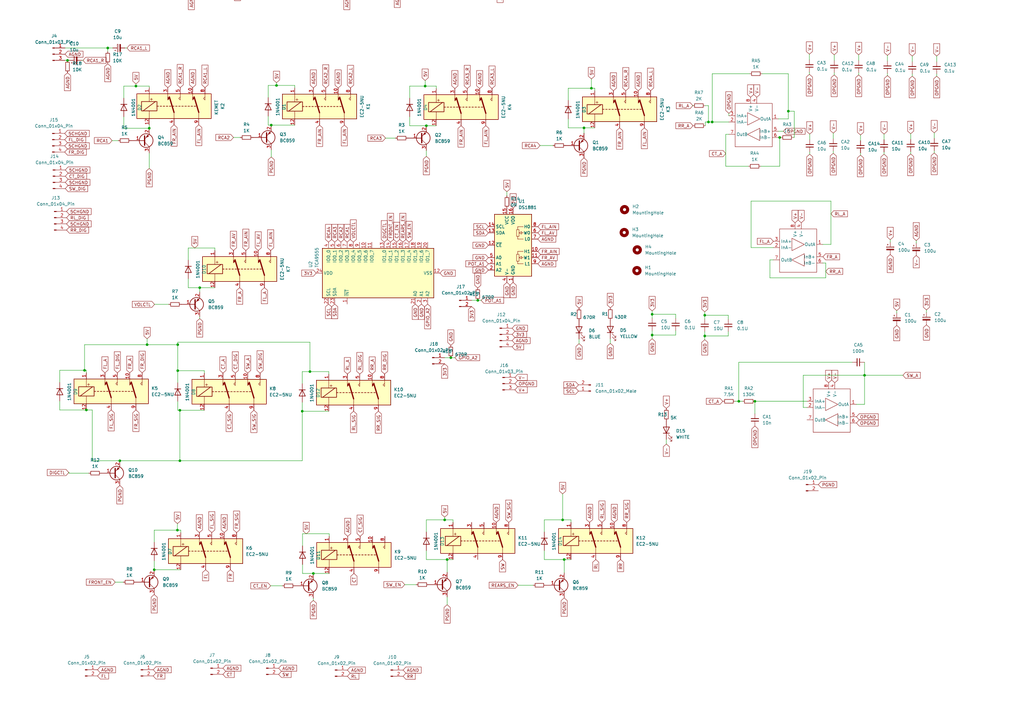
<source format=kicad_sch>
(kicad_sch (version 20230121) (generator eeschema)
  (paper "A3")
  (junction (at 267.462 128.905))
  (junction (at 142.24 -8.509))
  (junction (at 73.787 168.275))
  (junction (at 323.342 45.593))
  (junction (at 309.626 164.592))
  (junction (at 111.252 51.308))
  (junction (at 174.879 51.562))
  (junction (at 354.584 153.924))
  (junction (at 224.917 -16.51))
  (junction (at 49.149 188.976))
  (junction (at 267.462 137.414))
  (junction (at 55.753 35.306))
  (junction (at 34.671 151.892))
  (junction (at 231.394 229.489))
  (junction (at 319.786 56.388))
  (junction (at 183.388 229.489))
  (junction (at 292.1 50.038))
  (junction (at 289.052 129.286))
  (junction (at 73.787 188.976))
  (junction (at 72.898 152.019))
  (junction (at 113.411 35.052))
  (junction (at 289.052 137.795))
  (junction (at 205.105 -11.43))
  (junction (at 35.433 168.148))
  (junction (at 61.214 52.578))
  (junction (at 230.759 213.233))
  (junction (at 27.686 24.765))
  (junction (at 195.961 123.19))
  (junction (at 128.524 235.204))
  (junction (at 81.915 117.983))
  (junction (at 72.771 217.424))
  (junction (at 127.127 152.4))
  (junction (at 123.952 168.656))
  (junction (at 72.898 141.351))
  (junction (at 184.912 146.685))
  (junction (at 78.486 -8.509))
  (junction (at 182.372 213.233))
  (junction (at 303.022 164.592))
  (junction (at 242.57 36.195))
  (junction (at 63.246 233.68))
  (junction (at 97.409 -13.589))
  (junction (at 239.522 52.451))
  (junction (at 162.941 -13.462))
  (junction (at 290.576 50.038))
  (junction (at 174.371 35.306))
  (junction (at 44.196 19.685))
  (junction (at 60.325 141.351))
  (wire (pts (xy 315.7925 113.9728) (xy 315.7925 106.6068)))
  (wire (pts (xy 206.629 -11.43) (xy 205.105 -11.43)))
  (wire (pts (xy 113.411 33.909) (xy 113.411 35.052)))
  (wire (pts (xy 370.332 153.924) (xy 354.584 153.924)))
  (wire (pts (xy 384.175 31.242) (xy 384.175 30.353)))
  (wire (pts (xy 63.373 124.841) (xy 69.215 124.841)))
  (wire (pts (xy 28.321 194.056) (xy 36.449 194.056)))
  (wire (pts (xy 309.626 164.592) (xy 309.626 169.672)))
  (wire (pts (xy 331.978 30.48) (xy 331.978 29.591)))
  (wire (pts (xy 174.879 61.722) (xy 174.879 64.135)))
  (wire (pts (xy 284.099 43.307) (xy 284.226 43.307)))
  (wire (pts (xy 289.052 137.795) (xy 298.704 137.795)))
  (wire (pts (xy 47.244 238.76) (xy 50.546 238.76)))
  (wire (pts (xy 123.952 188.976) (xy 73.787 188.976)))
  (wire (pts (xy 124.079 235.204) (xy 124.079 231.521)))
  (wire (pts (xy 50.8 47.879) (xy 50.8 52.578)))
  (wire (pts (xy 27.686 24.765) (xy 26.67 24.765)))
  (wire (pts (xy 61.214 51.181) (xy 61.214 52.578)))
  (wire (pts (xy 230.759 202.565) (xy 230.759 213.233)))
  (wire (pts (xy 325.755 45.593) (xy 325.755 56.388)))
  (wire (pts (xy 174.879 229.489) (xy 183.388 229.489)))
  (wire (pts (xy 284.226 43.3323) (xy 284.1459 43.3323)))
  (wire (pts (xy 158.115 56.642) (xy 162.179 56.642)))
  (wire (pts (xy 338.6525 107.8768) (xy 338.6525 113.9728)))
  (wire (pts (xy 290.576 50.038) (xy 292.1 50.038)))
  (wire (pts (xy 185.801 213.233) (xy 185.801 214.249)))
  (wire (pts (xy 367.792 127.381) (xy 367.792 128.397)))
  (wire (pts (xy 374.142 31.242) (xy 374.142 30.353)))
  (wire (pts (xy 212.471 240.03) (xy 218.694 240.03)))
  (wire (pts (xy 292.1 30.226) (xy 292.1 50.038)))
  (wire (pts (xy 267.462 138.938) (xy 267.462 137.414)))
  (wire (pts (xy 73.787 168.275) (xy 73.787 188.976)))
  (wire (pts (xy 49.149 188.976) (xy 73.787 188.976)))
  (wire (pts (xy 72.898 168.275) (xy 72.898 164.592)))
  (wire (pts (xy 323.342 45.593) (xy 323.342 30.226)))
  (wire (pts (xy 28.321 193.802) (xy 28.321 194.056)))
  (wire (pts (xy 24.511 156.845) (xy 24.511 151.892)))
  (wire (pts (xy 338.6525 113.9728) (xy 315.7925 113.9728)))
  (wire (pts (xy 110.998 240.284) (xy 115.824 240.284)))
  (wire (pts (xy 24.511 151.892) (xy 34.671 151.892)))
  (wire (pts (xy 379.984 127.127) (xy 379.984 128.143)))
  (wire (pts (xy 50.8 35.306) (xy 55.753 35.306)))
  (wire (pts (xy 351.282 165.862) (xy 354.584 165.862)))
  (wire (pts (xy 111.252 51.308) (xy 109.982 51.308)))
  (wire (pts (xy 144.78 -8.509) (xy 142.24 -8.509)))
  (wire (pts (xy 197.358 123.19) (xy 195.961 123.19)))
  (wire (pts (xy 168.021 35.306) (xy 174.371 35.306)))
  (wire (pts (xy 342.138 24.765) (xy 342.138 22.479)))
  (wire (pts (xy 362.585 63.246) (xy 362.585 62.357)))
  (wire (pts (xy 383.159 56.769) (xy 383.159 54.483)))
  (wire (pts (xy 162.941 -4.318) (xy 162.941 -8.382)))
  (wire (pts (xy 63.246 233.68) (xy 74.168 233.68)))
  (wire (pts (xy 34.036 24.765) (xy 33.528 24.765)))
  (wire (pts (xy 170.561 -13.462) (xy 172.593 -13.462)))
  (wire (pts (xy 123.952 157.353) (xy 123.952 152.4)))
  (wire (pts (xy 77.089 -13.589) (xy 97.409 -13.589)))
  (wire (pts (xy 63.246 217.424) (xy 72.771 217.424)))
  (wire (pts (xy 88.138 101.727) (xy 88.138 102.743)))
  (wire (pts (xy 83.82 152.019) (xy 83.82 153.035)))
  (wire (pts (xy 61.214 35.306) (xy 61.214 35.941)))
  (wire (pts (xy 174.879 229.489) (xy 174.879 225.806)))
  (wire (pts (xy 183.388 234.696) (xy 183.388 229.489)))
  (wire (pts (xy 301.498 164.592) (xy 303.022 164.592)))
  (wire (pts (xy 277.114 128.905) (xy 267.462 128.905)))
  (wire (pts (xy 323.342 30.226) (xy 312.547 30.226)))
  (wire (pts (xy 77.216 101.727) (xy 88.138 101.727)))
  (wire (pts (xy 45.974 57.658) (xy 48.514 57.658)))
  (wire (pts (xy 207.899 80.264) (xy 207.899 78.613)))
  (wire (pts (xy 99.441 -13.589) (xy 97.409 -13.589)))
  (wire (pts (xy 237.49 140.97) (xy 237.49 139.065)))
  (wire (pts (xy 233.934 -16.51) (xy 231.902 -16.51)))
  (wire (pts (xy 289.306 50.038) (xy 289.306 51.562)))
  (wire (pts (xy 243.967 36.195) (xy 243.967 37.211)))
  (wire (pts (xy 226.822 -16.51) (xy 224.917 -16.51)))
  (wire (pts (xy 362.585 57.277) (xy 362.585 54.991)))
  (wire (pts (xy 83.82 168.275) (xy 73.787 168.275)))
  (wire (pts (xy 60.325 141.351) (xy 34.671 141.351)))
  (wire (pts (xy 317.1895 101.5268) (xy 308.0455 101.5268)))
  (wire (pts (xy 109.982 35.052) (xy 113.411 35.052)))
  (wire (pts (xy 352.171 24.765) (xy 352.171 22.479)))
  (wire (pts (xy 267.462 128.905) (xy 267.462 130.556)))
  (wire (pts (xy 239.522 52.451) (xy 233.045 52.451)))
  (wire (pts (xy 111.252 61.468) (xy 111.252 64.389)))
  (wire (pts (xy 138.303 -13.462) (xy 162.941 -13.462)))
  (wire (pts (xy 109.982 51.308) (xy 109.982 47.625)))
  (wire (pts (xy 81.915 117.983) (xy 77.216 117.983)))
  (wire (pts (xy 319.278 48.768) (xy 323.342 48.768)))
  (wire (pts (xy 320.294 56.388) (xy 319.786 56.388)))
  (wire (pts (xy 352.933 63.627) (xy 352.933 62.738)))
  (wire (pts (xy 61.214 52.578) (xy 50.8 52.578)))
  (wire (pts (xy 384.175 25.273) (xy 384.175 22.987)))
  (wire (pts (xy 174.371 33.02) (xy 174.371 35.306)))
  (wire (pts (xy 303.022 148.59) (xy 303.022 164.592)))
  (wire (pts (xy 306.959 68.199) (xy 297.688 68.199)))
  (wire (pts (xy 72.771 217.424) (xy 74.168 217.424)))
  (wire (pts (xy 184.912 146.685) (xy 182.372 146.685)))
  (wire (pts (xy 73.787 168.275) (xy 72.898 168.275)))
  (wire (pts (xy 78.486 -8.509) (xy 77.089 -8.509)))
  (wire (pts (xy 120.904 35.052) (xy 120.904 36.068)))
  (wire (pts (xy 233.045 36.195) (xy 242.57 36.195)))
  (wire (pts (xy 325.755 56.388) (xy 325.374 56.388)))
  (wire (pts (xy 183.388 229.489) (xy 185.801 229.489)))
  (wire (pts (xy 134.874 168.656) (xy 123.952 168.656)))
  (wire (pts (xy 77.216 114.3) (xy 77.216 117.983)))
  (wire (pts (xy 128.524 235.204) (xy 135.001 235.204)))
  (wire (pts (xy 373.507 57.15) (xy 373.507 54.864)))
  (wire (pts (xy 95.758 56.388) (xy 98.552 56.388)))
  (wire (pts (xy 120.904 51.308) (xy 111.252 51.308)))
  (wire (pts (xy 332.105 57.277) (xy 332.105 54.991)))
  (wire (pts (xy 182.372 212.09) (xy 182.372 213.233)))
  (wire (pts (xy 109.982 40.005) (xy 109.982 35.052)))
  (wire (pts (xy 178.943 51.562) (xy 174.879 51.562)))
  (wire (pts (xy 323.342 45.593) (xy 325.755 45.593)))
  (wire (pts (xy 340.8115 82.4768) (xy 340.8115 100.2568)))
  (wire (pts (xy 72.898 141.351) (xy 72.898 152.019)))
  (wire (pts (xy 223.266 218.186) (xy 223.266 213.233)))
  (wire (pts (xy 290.576 43.307) (xy 290.576 50.038)))
  (wire (pts (xy 127.127 152.4) (xy 134.874 152.4)))
  (wire (pts (xy 292.1 50.038) (xy 298.958 50.038)))
  (wire (pts (xy 60.325 141.351) (xy 72.898 141.351)))
  (wire (pts (xy 142.24 -8.509) (xy 138.303 -8.509)))
  (wire (pts (xy 72.771 214.757) (xy 72.771 217.424)))
  (wire (pts (xy 212.725 -11.43) (xy 211.709 -11.43)))
  (wire (pts (xy 50.8 40.259) (xy 50.8 35.306)))
  (wire (pts (xy 113.411 35.052) (xy 120.904 35.052)))
  (wire (pts (xy 267.462 127.508) (xy 267.462 128.905)))
  (wire (pts (xy 134.874 152.4) (xy 134.874 153.416)))
  (wire (pts (xy 174.879 51.562) (xy 168.021 51.562)))
  (wire (pts (xy 242.57 32.385) (xy 242.57 36.195)))
  (wire (pts (xy 289.052 137.795) (xy 289.052 136.017)))
  (wire (pts (xy 35.433 168.148) (xy 37.846 168.148)))
  (wire (pts (xy 303.022 164.592) (xy 304.546 164.592)))
  (wire (pts (xy 273.304 182.118) (xy 273.304 180.213)))
  (wire (pts (xy 363.982 25.019) (xy 363.982 22.733)))
  (wire (pts (xy 124.079 235.204) (xy 128.524 235.204)))
  (wire (pts (xy 46.228 19.685) (xy 44.196 19.685)))
  (wire (pts (xy 37.846 188.976) (xy 37.846 168.148)))
  (wire (pts (xy 374.142 25.273) (xy 374.142 22.987)))
  (wire (pts (xy 329.438 153.924) (xy 354.584 153.924)))
  (wire (pts (xy 267.462 137.414) (xy 277.114 137.414)))
  (wire (pts (xy 221.488 59.69) (xy 226.822 59.69)))
  (wire (pts (xy 165.481 -13.462) (xy 162.941 -13.462)))
  (wire (pts (xy 330.962 167.132) (xy 329.438 167.132)))
  (wire (pts (xy 303.022 148.59) (xy 349.504 148.59)))
  (wire (pts (xy 242.57 36.195) (xy 243.967 36.195)))
  (wire (pts (xy 105.918 -13.589) (xy 104.521 -13.589)))
  (wire (pts (xy 97.409 -13.589) (xy 97.409 -12.192)))
  (wire (pts (xy 74.168 217.424) (xy 74.168 218.44)))
  (wire (pts (xy 298.704 129.286) (xy 289.052 129.286)))
  (wire (pts (xy 26.67 19.685) (xy 44.196 19.685)))
  (wire (pts (xy 182.372 213.233) (xy 185.801 213.233)))
  (wire (pts (xy 284.226 43.307) (xy 284.226 43.3323)))
  (wire (pts (xy 77.216 106.68) (xy 77.216 101.727)))
  (wire (pts (xy 123.952 168.656) (xy 123.952 188.976)))
  (wire (pts (xy 383.159 62.738) (xy 383.159 61.849)))
  (wire (pts (xy 61.214 62.738) (xy 61.214 69.088)))
  (wire (pts (xy 224.917 -10.287) (xy 224.917 -11.176)))
  (wire (pts (xy 183.388 244.856) (xy 183.388 248.031)))
  (wire (pts (xy 81.915 130.683) (xy 81.915 129.921)))
  (wire (pts (xy 35.433 151.892) (xy 35.433 152.908)))
  (wire (pts (xy 124.079 223.901) (xy 124.079 218.948)))
  (wire (pts (xy 223.266 213.233) (xy 230.759 213.233)))
  (wire (pts (xy 72.898 156.972) (xy 72.898 152.019)))
  (wire (pts (xy 186.563 146.685) (xy 184.912 146.685)))
  (wire (pts (xy 168.021 47.879) (xy 168.021 51.562)))
  (wire (pts (xy 52.07 19.685) (xy 51.308 19.685)))
  (wire (pts (xy 123.952 168.656) (xy 123.952 164.973)))
  (wire (pts (xy 289.052 127.889) (xy 289.052 129.286)))
  (wire (pts (xy 37.846 188.976) (xy 49.149 188.976)))
  (wire (pts (xy 224.917 -16.51) (xy 203.835 -16.51)))
  (wire (pts (xy 243.967 52.451) (xy 239.522 52.451)))
  (wire (pts (xy 127.127 140.335) (xy 72.898 140.335)))
  (wire (pts (xy 165.989 239.776) (xy 170.688 239.776)))
  (wire (pts (xy 231.394 229.489) (xy 234.188 229.489)))
  (wire (pts (xy 230.759 213.233) (xy 234.188 213.233)))
  (wire (pts (xy 331.978 24.511) (xy 331.978 22.225)))
  (wire (pts (xy 341.757 56.896) (xy 341.757 54.61)))
  (wire (pts (xy 174.879 213.233) (xy 182.372 213.233)))
  (wire (pts (xy 319.278 53.848) (xy 321.31 53.848)))
  (wire (pts (xy 289.306 50.038) (xy 290.576 50.038)))
  (wire (pts (xy 292.1 30.226) (xy 307.467 30.226)))
  (wire (pts (xy 63.246 233.68) (xy 63.246 229.997)))
  (wire (pts (xy 44.196 21.082) (xy 44.196 19.685)))
  (wire (pts (xy 365.125 98.298) (xy 365.125 99.314)))
  (wire (pts (xy 234.188 213.233) (xy 234.188 214.249)))
  (wire (pts (xy 174.371 35.306) (xy 178.943 35.306)))
  (wire (pts (xy 277.114 137.414) (xy 277.114 135.636)))
  (wire (pts (xy 24.511 168.148) (xy 24.511 164.465)))
  (wire (pts (xy 308.0455 82.4768) (xy 340.8115 82.4768)))
  (wire (pts (xy 267.462 137.414) (xy 267.462 135.636)))
  (wire (pts (xy 315.7925 106.6068) (xy 317.1895 106.6068)))
  (wire (pts (xy 34.671 151.892) (xy 35.433 151.892)))
  (wire (pts (xy 231.394 229.489) (xy 231.394 234.95)))
  (wire (pts (xy 233.045 52.451) (xy 233.045 48.768)))
  (wire (pts (xy 289.052 139.319) (xy 289.052 137.795)))
  (wire (pts (xy 297.688 55.118) (xy 298.958 55.118)))
  (wire (pts (xy 329.438 167.132) (xy 329.438 153.924)))
  (wire (pts (xy 352.171 30.734) (xy 352.171 29.845)))
  (wire (pts (xy 81.915 119.761) (xy 81.915 117.983)))
  (wire (pts (xy 352.933 57.658) (xy 352.933 55.372)))
  (wire (pts (xy 341.757 62.865) (xy 341.757 61.976)))
  (wire (pts (xy 223.266 229.489) (xy 223.266 225.806)))
  (wire (pts (xy 337.5095 107.8768) (xy 338.6525 107.8768)))
  (wire (pts (xy 28.448 24.765) (xy 27.686 24.765)))
  (wire (pts (xy 375.793 98.679) (xy 375.793 99.695)))
  (wire (pts (xy 363.982 30.988) (xy 363.982 30.099)))
  (wire (pts (xy 86.868 -8.509) (xy 86.106 -8.509)))
  (wire (pts (xy 88.138 117.983) (xy 81.915 117.983)))
  (wire (pts (xy 298.704 130.937) (xy 298.704 129.286)))
  (wire (pts (xy 81.026 -8.509) (xy 78.486 -8.509)))
  (wire (pts (xy 135.001 218.948) (xy 135.001 219.964)))
  (wire (pts (xy 250.317 140.843) (xy 250.317 138.938)))
  (wire (pts (xy 195.961 123.19) (xy 193.421 123.19)))
  (wire (pts (xy 233.045 41.148) (xy 233.045 36.195)))
  (wire (pts (xy 60.325 138.938) (xy 60.325 141.351)))
  (wire (pts (xy 205.105 -11.43) (xy 203.835 -11.43)))
  (wire (pts (xy 289.179 43.307) (xy 290.576 43.307)))
  (wire (pts (xy 72.898 152.019) (xy 83.82 152.019)))
  (wire (pts (xy 123.952 152.4) (xy 127.127 152.4)))
  (wire (pts (xy 337.5095 100.2568) (xy 340.8115 100.2568)))
  (wire (pts (xy 319.786 56.388) (xy 319.786 68.199)))
  (wire (pts (xy 28.194 193.802) (xy 28.321 193.802)))
  (wire (pts (xy 55.753 35.306) (xy 61.214 35.306)))
  (wire (pts (xy 239.522 54.61) (xy 239.522 52.451)))
  (wire (pts (xy 55.753 34.417) (xy 55.753 35.306)))
  (wire (pts (xy 319.786 56.388) (xy 319.278 56.388)))
  (wire (pts (xy 312.039 68.199) (xy 319.786 68.199)))
  (wire (pts (xy 138.303 -8.509) (xy 138.303 -8.382)))
  (wire (pts (xy 174.879 218.186) (xy 174.879 213.233)))
  (wire (pts (xy 354.584 148.59) (xy 354.584 153.924)))
  (wire (pts (xy 309.626 164.592) (xy 330.962 164.592)))
  (wire (pts (xy 127.127 152.4) (xy 127.127 140.335)))
  (wire (pts (xy 24.511 168.148) (xy 35.433 168.148)))
  (wire (pts (xy 289.052 129.286) (xy 289.052 130.937)))
  (wire (pts (xy 308.0455 101.5268) (xy 308.0455 82.4768)))
  (wire (pts (xy 63.246 222.377) (xy 63.246 217.424)))
  (wire (pts (xy 298.704 137.795) (xy 298.704 136.017)))
  (wire (pts (xy 168.021 40.259) (xy 168.021 35.306)))
  (wire (pts (xy 297.688 68.199) (xy 297.688 55.118)))
  (wire (pts (xy 72.898 140.335) (xy 72.898 141.351)))
  (wire (pts (xy 224.917 -16.256) (xy 224.917 -16.51)))
  (wire (pts (xy 342.138 30.734) (xy 342.138 29.845)))
  (wire (pts (xy 178.943 35.306) (xy 178.943 36.322)))
  (wire (pts (xy 354.584 153.924) (xy 354.584 165.862)))
  (wire (pts (xy 332.105 63.246) (xy 332.105 62.357)))
  (wire (pts (xy 277.114 130.556) (xy 277.114 128.905)))
  (wire (pts (xy 373.507 63.119) (xy 373.507 62.23)))
  (wire (pts (xy 298.958 46.482) (xy 298.958 47.498)))
  (wire (pts (xy 124.079 218.948) (xy 135.001 218.948)))
  (wire (pts (xy 34.671 141.351) (xy 34.671 151.892)))
  (wire (pts (xy 128.524 246.253) (xy 128.524 245.364)))
  (wire (pts (xy 223.266 229.489) (xy 231.394 229.489)))
  (wire (pts (xy 323.342 48.768) (xy 323.342 45.593)))
  (global_label "AGND" (shape input) (at 91.44 274.066 0) (property "Intersheetrefs" "${INTERSHEET_REFS}" (effects hide)))
  (global_label "RCA1" (shape input) (at 45.974 57.658 180) (property "Intersheetrefs" "${INTERSHEET_REFS}" (effects hide)))
  (global_label "V-" (shape input) (at 342.392 156.972 90) (property "Intersheetrefs" "${INTERSHEET_REFS}" (effects hide)))
  (global_label "AGND" (shape input) (at 142.494 274.828 0) (property "Intersheetrefs" "${INTERSHEET_REFS}" (effects hide)))
  (global_label "3V3" (shape input) (at 379.984 127.127 90) (property "Intersheetrefs" "${INTERSHEET_REFS}" (effects hide)))
  (global_label "RCA3" (shape input) (at 158.115 56.642 180) (property "Intersheetrefs" "${INTERSHEET_REFS}" (effects hide)))
  (global_label "5CHGND" (shape input) (at 27.305 86.741 0) (property "Intersheetrefs" "${INTERSHEET_REFS}" (effects hide)))
  (global_label "GND" (shape input) (at 200.279 110.744 180) (property "Intersheetrefs" "${INTERSHEET_REFS}" (effects hide)))
  (global_label "AGND" (shape input) (at 27.686 29.845 270) (property "Intersheetrefs" "${INTERSHEET_REFS}" (effects hide)))
  (global_label "RCA4_L" (shape input) (at 266.827 37.211 90) (property "Intersheetrefs" "${INTERSHEET_REFS}" (effects hide)))
  (global_label "FL_A" (shape input) (at 108.458 117.983 270) (property "Intersheetrefs" "${INTERSHEET_REFS}" (effects hide)))
  (global_label "AGND" (shape input) (at 142.621 219.964 90) (property "Intersheetrefs" "${INTERSHEET_REFS}" (effects hide)))
  (global_label "3V3" (shape input) (at 193.421 125.73 270) (property "Intersheetrefs" "${INTERSHEET_REFS}" (effects hide)))
  (global_label "5V" (shape input) (at 55.753 34.417 90) (property "Intersheetrefs" "${INTERSHEET_REFS}" (effects hide)))
  (global_label "PGND" (shape input) (at 63.246 243.84 270) (property "Intersheetrefs" "${INTERSHEET_REFS}" (effects hide)))
  (global_label "5CHGND" (shape input) (at 26.797 74.803 0) (property "Intersheetrefs" "${INTERSHEET_REFS}" (effects hide)))
  (global_label "3V3" (shape input) (at 182.372 149.225 270) (property "Intersheetrefs" "${INTERSHEET_REFS}" (effects hide)))
  (global_label "GND" (shape input) (at 367.792 133.477 270) (property "Intersheetrefs" "${INTERSHEET_REFS}" (effects hide)))
  (global_label "V+" (shape input) (at 352.933 55.372 90) (property "Intersheetrefs" "${INTERSHEET_REFS}" (effects hide)))
  (global_label "GND" (shape input) (at 250.317 140.843 270) (property "Intersheetrefs" "${INTERSHEET_REFS}" (effects hide)))
  (global_label "PGND" (shape input) (at 239.522 64.77 270) (property "Intersheetrefs" "${INTERSHEET_REFS}" (effects hide)))
  (global_label "5V" (shape input) (at 210.058 142.24 0) (property "Intersheetrefs" "${INTERSHEET_REFS}" (effects hide)))
  (global_label "CT_EN" (shape input) (at 110.998 240.284 180) (property "Intersheetrefs" "${INTERSHEET_REFS}" (effects hide)))
  (global_label "SW_DIG" (shape input) (at 106.68 153.035 90) (property "Intersheetrefs" "${INTERSHEET_REFS}" (effects hide)))
  (global_label "REARS_EN" (shape input) (at 212.471 240.03 180) (property "Intersheetrefs" "${INTERSHEET_REFS}" (effects hide)))
  (global_label "5V" (shape input) (at 207.899 78.613 90) (property "Intersheetrefs" "${INTERSHEET_REFS}" (effects hide)))
  (global_label "AGND" (shape input) (at 81.788 218.44 90) (property "Intersheetrefs" "${INTERSHEET_REFS}" (effects hide)))
  (global_label "RCA2_L" (shape input) (at 143.764 36.068 90) (property "Intersheetrefs" "${INTERSHEET_REFS}" (effects hide)))
  (global_label "RCA4_R" (shape input) (at 256.667 37.211 90) (property "Intersheetrefs" "${INTERSHEET_REFS}" (effects hide)))
  (global_label "GND" (shape input) (at 379.984 133.223 270) (property "Intersheetrefs" "${INTERSHEET_REFS}" (effects hide)))
  (global_label "5V" (shape input) (at 79.883 101.727 90) (property "Intersheetrefs" "${INTERSHEET_REFS}" (effects hide)))
  (global_label "FR_AV" (shape input) (at 95.758 102.743 90) (property "Intersheetrefs" "${INTERSHEET_REFS}" (effects hide)))
  (global_label "AGND" (shape input) (at 68.834 35.941 90) (property "Intersheetrefs" "${INTERSHEET_REFS}" (effects hide)))
  (global_label "FL_AIN" (shape input) (at 141.224 51.308 270) (property "Intersheetrefs" "${INTERSHEET_REFS}" (effects hide)))
  (global_label "RCA2_L" (shape input) (at 105.918 -13.589 0) (property "Intersheetrefs" "${INTERSHEET_REFS}" (effects hide)))
  (global_label "3V3" (shape input) (at 210.439 85.344 90) (property "Intersheetrefs" "${INTERSHEET_REFS}" (effects hide)))
  (global_label "3V3" (shape input) (at 250.317 126.238 90) (property "Intersheetrefs" "${INTERSHEET_REFS}" (effects hide)))
  (global_label "RCA3_R" (shape input) (at 149.86 -8.509 0) (property "Intersheetrefs" "${INTERSHEET_REFS}" (effects hide)))
  (global_label "5V" (shape input) (at 125.603 218.948 90) (property "Intersheetrefs" "${INTERSHEET_REFS}" (effects hide)))
  (global_label "GND" (shape input) (at 184.912 141.605 90) (property "Intersheetrefs" "${INTERSHEET_REFS}" (effects hide)))
  (global_label "CT_A" (shape input) (at 296.418 164.592 180) (property "Intersheetrefs" "${INTERSHEET_REFS}" (effects hide)))
  (global_label "RL_A" (shape input) (at 284.1459 43.3323 180) (property "Intersheetrefs" "${INTERSHEET_REFS}" (effects hide)))
  (global_label "GND" (shape input) (at 210.058 134.62 0) (property "Intersheetrefs" "${INTERSHEET_REFS}" (effects hide)))
  (global_label "RCA3_L" (shape input) (at 172.593 -13.462 0) (property "Intersheetrefs" "${INTERSHEET_REFS}" (effects hide)))
  (global_label "3V3" (shape input) (at 129.667 112.014 180) (property "Intersheetrefs" "${INTERSHEET_REFS}" (effects hide)))
  (global_label "AGND" (shape input) (at 375.793 98.679 90) (property "Intersheetrefs" "${INTERSHEET_REFS}" (effects hide)))
  (global_label "VOLCTL" (shape input) (at 63.373 124.841 180) (property "Intersheetrefs" "${INTERSHEET_REFS}" (effects hide)))
  (global_label "FL_A" (shape input) (at 43.053 152.908 90) (property "Intersheetrefs" "${INTERSHEET_REFS}" (effects hide)))
  (global_label "CT_A" (shape input) (at 297.688 62.992 180) (property "Intersheetrefs" "${INTERSHEET_REFS}" (effects hide)))
  (global_label "AGND" (shape input) (at 203.581 214.249 90) (property "Intersheetrefs" "${INTERSHEET_REFS}" (effects hide)))
  (global_label "V+" (shape input) (at 273.304 167.513 90) (property "Intersheetrefs" "${INTERSHEET_REFS}" (effects hide)))
  (global_label "5V" (shape input) (at 182.372 212.09 90) (property "Intersheetrefs" "${INTERSHEET_REFS}" (effects hide)))
  (global_label "AGND" (shape input) (at 62.865 274.701 0) (property "Intersheetrefs" "${INTERSHEET_REFS}" (effects hide)))
  (global_label "PGND" (shape input) (at 231.394 245.237 270) (property "Intersheetrefs" "${INTERSHEET_REFS}" (effects hide)))
  (global_label "V+" (shape input) (at 307.848 39.878 90) (property "Intersheetrefs" "${INTERSHEET_REFS}" (effects hide)))
  (global_label "PGND" (shape input) (at 335.661 198.755 0) (property "Intersheetrefs" "${INTERSHEET_REFS}" (effects hide)))
  (global_label "SCL" (shape input) (at 200.279 92.964 180) (property "Intersheetrefs" "${INTERSHEET_REFS}" (effects hide)))
  (global_label "RL_DIG" (shape input) (at 27.305 89.281 0) (property "Intersheetrefs" "${INTERSHEET_REFS}" (effects hide)))
  (global_label "FL_A" (shape input) (at 317.1895 98.9868 180) (property "Intersheetrefs" "${INTERSHEET_REFS}" (effects hide)))
  (global_label "PGND" (shape input) (at 128.524 246.253 270) (property "Intersheetrefs" "${INTERSHEET_REFS}" (effects hide)))
  (global_label "FR_AIN" (shape input) (at 220.599 103.124 0) (property "Intersheetrefs" "${INTERSHEET_REFS}" (effects hide)))
  (global_label "PGND" (shape input) (at 49.149 199.136 270) (property "Intersheetrefs" "${INTERSHEET_REFS}" (effects hide)))
  (global_label "AGND" (shape input) (at 78.486 -3.429 270) (property "Intersheetrefs" "${INTERSHEET_REFS}" (effects hide)))
  (global_label "OPGND" (shape input) (at 332.105 63.246 270) (property "Intersheetrefs" "${INTERSHEET_REFS}" (effects hide)))
  (global_label "RCA1" (shape input) (at 142.367 99.314 90) (property "Intersheetrefs" "${INTERSHEET_REFS}" (effects hide)))
  (global_label "OPGND" (shape input) (at 352.933 63.627 270) (property "Intersheetrefs" "${INTERSHEET_REFS}" (effects hide)))
  (global_label "5V" (shape input) (at 113.411 33.909 90) (property "Intersheetrefs" "${INTERSHEET_REFS}" (effects hide)))
  (global_label "SW" (shape input) (at 114.3 276.606 0) (property "Intersheetrefs" "${INTERSHEET_REFS}" (effects hide)))
  (global_label "AGND" (shape input) (at 44.196 26.162 270) (property "Intersheetrefs" "${INTERSHEET_REFS}" (effects hide)))
  (global_label "RCA1_R" (shape input) (at 73.914 35.941 90) (property "Intersheetrefs" "${INTERSHEET_REFS}" (effects hide)))
  (global_label "OPGND" (shape input) (at 309.626 174.752 270) (property "Intersheetrefs" "${INTERSHEET_REFS}" (effects hide)))
  (global_label "OPGND" (shape input) (at 351.282 170.942 0) (property "Intersheetrefs" "${INTERSHEET_REFS}" (effects hide)))
  (global_label "5V" (shape input) (at 367.792 127.381 90) (property "Intersheetrefs" "${INTERSHEET_REFS}" (effects hide)))
  (global_label "FR_A" (shape input) (at 53.213 152.908 90) (property "Intersheetrefs" "${INTERSHEET_REFS}" (effects hide)))
  (global_label "GPIO_A2" (shape input) (at 175.387 124.714 270) (property "Intersheetrefs" "${INTERSHEET_REFS}" (effects hide)))
  (global_label "RCA2_R" (shape input) (at 133.604 36.068 90) (property "Intersheetrefs" "${INTERSHEET_REFS}" (effects hide)))
  (global_label "SCL" (shape input) (at 237.236 160.401 180) (property "Intersheetrefs" "${INTERSHEET_REFS}" (effects hide)))
  (global_label "AGND" (shape input) (at 91.948 218.44 90) (property "Intersheetrefs" "${INTERSHEET_REFS}" (effects hide)))
  (global_label "FL_AIN" (shape input) (at 220.599 92.964 0) (property "Intersheetrefs" "${INTERSHEET_REFS}" (effects hide)))
  (global_label "RCA4_R" (shape input) (at 212.725 -11.43 0) (property "Intersheetrefs" "${INTERSHEET_REFS}" (effects hide)))
  (global_label "FR_DIG" (shape input) (at 26.543 62.357 0) (property "Intersheetrefs" "${INTERSHEET_REFS}" (effects hide)))
  (global_label "CT_DIG" (shape input) (at 26.797 72.263 0) (property "Intersheetrefs" "${INTERSHEET_REFS}" (effects hide)))
  (global_label "AGND" (shape input) (at 142.24 -3.429 270) (property "Intersheetrefs" "${INTERSHEET_REFS}" (effects hide)))
  (global_label "RCA3_R" (shape input) (at 191.643 36.322 90) (property "Intersheetrefs" "${INTERSHEET_REFS}" (effects hide)))
  (global_label "CT" (shape input) (at 91.44 276.606 0) (property "Intersheetrefs" "${INTERSHEET_REFS}" (effects hide)))
  (global_label "AGND" (shape input) (at 26.67 22.225 0) (property "Intersheetrefs" "${INTERSHEET_REFS}" (effects hide)))
  (global_label "FR_SIG" (shape input) (at 55.753 168.148 270) (property "Intersheetrefs" "${INTERSHEET_REFS}" (effects hide)))
  (global_label "RR_A" (shape input) (at 338.6525 111.3058 0) (property "Intersheetrefs" "${INTERSHEET_REFS}" (effects hide)))
  (global_label "DIGCTL" (shape input) (at 157.607 99.314 90) (property "Intersheetrefs" "${INTERSHEET_REFS}" (effects hide)))
  (global_label "SDA" (shape input) (at 137.287 124.714 270) (property "Intersheetrefs" "${INTERSHEET_REFS}" (effects hide)))
  (global_label "FR_AV" (shape input) (at 220.599 105.664 0) (property "Intersheetrefs" "${INTERSHEET_REFS}" (effects hide)))
  (global_label "RCA4_L" (shape input) (at 233.934 -16.51 0) (property "Intersheetrefs" "${INTERSHEET_REFS}" (effects hide)))
  (global_label "RCA1_R" (shape input) (at 34.036 24.765 0) (property "Intersheetrefs" "${INTERSHEET_REFS}" (effects hide)))
  (global_label "FL_AIN" (shape input) (at 199.263 51.562 270) (property "Intersheetrefs" "${INTERSHEET_REFS}" (effects hide)))
  (global_label "GND" (shape input) (at 172.847 124.714 270) (property "Intersheetrefs" "${INTERSHEET_REFS}" (effects hide)))
  (global_label "5V" (shape input) (at 174.371 33.02 90) (property "Intersheetrefs" "${INTERSHEET_REFS}" (effects hide)))
  (global_label "V+" (shape input) (at 332.105 54.991 90) (property "Intersheetrefs" "${INTERSHEET_REFS}" (effects hide)))
  (global_label "3V3" (shape input) (at 267.462 127.508 90) (property "Intersheetrefs" "${INTERSHEET_REFS}" (effects hide)))
  (global_label "V+" (shape input) (at 339.852 156.972 90) (property "Intersheetrefs" "${INTERSHEET_REFS}" (effects hide)))
  (global_label "V+" (shape input) (at 342.138 22.479 90) (property "Intersheetrefs" "${INTERSHEET_REFS}" (effects hide)))
  (global_label "FL_AIN" (shape input) (at 110.998 102.743 90) (property "Intersheetrefs" "${INTERSHEET_REFS}" (effects hide)))
  (global_label "SCL" (shape input) (at 134.747 124.714 270) (property "Intersheetrefs" "${INTERSHEET_REFS}" (effects hide)))
  (global_label "AGND" (shape input) (at 251.587 37.211 90) (property "Intersheetrefs" "${INTERSHEET_REFS}" (effects hide)))
  (global_label "OPGND" (shape input) (at 352.171 30.734 270) (property "Intersheetrefs" "${INTERSHEET_REFS}" (effects hide)))
  (global_label "RL_SIG" (shape input) (at 145.034 168.656 270) (property "Intersheetrefs" "${INTERSHEET_REFS}" (effects hide)))
  (global_label "5CHGND" (shape input) (at 26.543 59.817 0) (property "Intersheetrefs" "${INTERSHEET_REFS}" (effects hide)))
  (global_label "V-" (shape input) (at 374.142 22.987 90) (property "Intersheetrefs" "${INTERSHEET_REFS}" (effects hide)))
  (global_label "FL_AV" (shape input) (at 105.918 102.743 90) (property "Intersheetrefs" "${INTERSHEET_REFS}" (effects hide)))
  (global_label "AGND" (shape input) (at 203.835 -13.97 0) (property "Intersheetrefs" "${INTERSHEET_REFS}" (effects hide)))
  (global_label "5V" (shape input) (at 60.325 138.938 90) (property "Intersheetrefs" "${INTERSHEET_REFS}" (effects hide)))
  (global_label "FR_A" (shape input) (at 337.5095 105.3368 0) (property "Intersheetrefs" "${INTERSHEET_REFS}" (effects hide)))
  (global_label "CT_DIG" (shape input) (at 96.52 153.035 90) (property "Intersheetrefs" "${INTERSHEET_REFS}" (effects hide)))
  (global_label "RCA2" (shape input) (at 139.827 99.314 90) (property "Intersheetrefs" "${INTERSHEET_REFS}" (effects hide)))
  (global_label "AGND" (shape input) (at 224.917 -10.287 270) (property "Intersheetrefs" "${INTERSHEET_REFS}" (effects hide)))
  (global_label "OPGND" (shape input) (at 362.585 63.246 270) (property "Intersheetrefs" "${INTERSHEET_REFS}" (effects hide)))
  (global_label "PGND" (shape input) (at 174.879 64.135 270) (property "Intersheetrefs" "${INTERSHEET_REFS}" (effects hide)))
  (global_label "GND" (shape input) (at 170.307 124.714 270) (property "Intersheetrefs" "${INTERSHEET_REFS}" (effects hide)))
  (global_label "V-" (shape input) (at 375.793 104.775 270) (property "Intersheetrefs" "${INTERSHEET_REFS}" (effects hide)))
  (global_label "RCA1_L" (shape input) (at 52.07 19.685 0) (property "Intersheetrefs" "${INTERSHEET_REFS}" (effects hide)))
  (global_label "RR_SIG" (shape input) (at 155.194 168.656 270) (property "Intersheetrefs" "${INTERSHEET_REFS}" (effects hide)))
  (global_label "CT_EN" (shape input) (at 162.687 99.314 90) (property "Intersheetrefs" "${INTERSHEET_REFS}" (effects hide)))
  (global_label "FL_AIN" (shape input) (at 81.534 51.181 270) (property "Intersheetrefs" "${INTERSHEET_REFS}" (effects hide)))
  (global_label "CT_A" (shape input) (at 91.44 153.035 90) (property "Intersheetrefs" "${INTERSHEET_REFS}" (effects hide)))
  (global_label "5CHGND" (shape input) (at 27.305 91.821 0) (property "Intersheetrefs" "${INTERSHEET_REFS}" (effects hide)))
  (global_label "GND" (shape input) (at 180.467 112.014 0) (property "Intersheetrefs" "${INTERSHEET_REFS}" (effects hide)))
  (global_label "DIGCTL" (shape input) (at 28.194 193.802 180) (property "Intersheetrefs" "${INTERSHEET_REFS}" (effects hide)))
  (global_label "RCA1_L" (shape input) (at 84.074 35.941 90) (property "Intersheetrefs" "${INTERSHEET_REFS}" (effects hide)))
  (global_label "AGND" (shape input) (at 77.089 -11.049 0) (property "Intersheetrefs" "${INTERSHEET_REFS}" (effects hide)))
  (global_label "V-" (shape input) (at 341.757 54.61 90) (property "Intersheetrefs" "${INTERSHEET_REFS}" (effects hide)))
  (global_label "SDA" (shape input) (at 237.236 157.861 180) (property "Intersheetrefs" "${INTERSHEET_REFS}" (effects hide)))
  (global_label "AGND" (shape input) (at 186.563 36.322 90) (property "Intersheetrefs" "${INTERSHEET_REFS}" (effects hide)))
  (global_label "AGND" (shape input) (at 261.747 37.211 90) (property "Intersheetrefs" "${INTERSHEET_REFS}" (effects hide)))
  (global_label "RL_SIG" (shape input) (at 246.888 214.249 90) (property "Intersheetrefs" "${INTERSHEET_REFS}" (effects hide)))
  (global_label "RR_A" (shape input) (at 152.654 153.416 90) (property "Intersheetrefs" "${INTERSHEET_REFS}" (effects hide)))
  (global_label "V+" (shape input) (at 211.201 159.893 0) (property "Intersheetrefs" "${INTERSHEET_REFS}" (effects hide)))
  (global_label "SW_A" (shape input) (at 370.332 153.924 0) (property "Intersheetrefs" "${INTERSHEET_REFS}" (effects hide)))
  (global_label "AGND" (shape input) (at 114.3 274.066 0) (property "Intersheetrefs" "${INTERSHEET_REFS}" (effects hide)))
  (global_label "OPGND" (shape input) (at 351.282 173.482 0) (property "Intersheetrefs" "${INTERSHEET_REFS}" (effects hide)))
  (global_label "5CHGND" (shape input) (at 26.797 69.723 0) (property "Intersheetrefs" "${INTERSHEET_REFS}" (effects hide)))
  (global_label "AGND" (shape input) (at 220.599 108.204 0) (property "Intersheetrefs" "${INTERSHEET_REFS}" (effects hide)))
  (global_label "5V" (shape input) (at 237.49 126.365 90) (property "Intersheetrefs" "${INTERSHEET_REFS}" (effects hide)))
  (global_label "V-" (shape input) (at 384.175 22.987 90) (property "Intersheetrefs" "${INTERSHEET_REFS}" (effects hide)))
  (global_label "OPGND" (shape input) (at 374.142 31.242 270) (property "Intersheetrefs" "${INTERSHEET_REFS}" (effects hide)))
  (global_label "5V" (shape input) (at 230.759 202.565 90) (property "Intersheetrefs" "${INTERSHEET_REFS}" (effects hide)))
  (global_label "AGND" (shape input) (at 205.105 -6.35 270) (property "Intersheetrefs" "${INTERSHEET_REFS}" (effects hide)))
  (global_label "FR_SIG" (shape input) (at 97.028 218.44 90) (property "Intersheetrefs" "${INTERSHEET_REFS}" (effects hide)))
  (global_label "V-" (shape input) (at 273.304 182.118 270) (property "Intersheetrefs" "${INTERSHEET_REFS}" (effects hide)))
  (global_label "SW_SIG" (shape input) (at 208.661 214.249 90) (property "Intersheetrefs" "${INTERSHEET_REFS}" (effects hide)))
  (global_label "FL_DIG" (shape input) (at 48.133 152.908 90) (property "Intersheetrefs" "${INTERSHEET_REFS}" (effects hide)))
  (global_label "PGND" (shape input) (at 81.915 130.683 270) (property "Intersheetrefs" "${INTERSHEET_REFS}" (effects hide)))
  (global_label "AGND" (shape input) (at 138.684 36.068 90) (property "Intersheetrefs" "${INTERSHEET_REFS}" (effects hide)))
  (global_label "GND" (shape input) (at 267.462 138.938 270) (property "Intersheetrefs" "${INTERSHEET_REFS}" (effects hide)))
  (global_label "RCA3_L" (shape input) (at 201.803 36.322 90) (property "Intersheetrefs" "${INTERSHEET_REFS}" (effects hide)))
  (global_label "OPGND" (shape input) (at 298.958 46.482 90) (property "Intersheetrefs" "${INTERSHEET_REFS}" (effects hide)))
  (global_label "OPGND" (shape input) (at 363.982 30.988 270) (property "Intersheetrefs" "${INTERSHEET_REFS}" (effects hide)))
  (global_label "GND" (shape input) (at 200.279 105.664 180) (property "Intersheetrefs" "${INTERSHEET_REFS}" (effects hide)))
  (global_label "AGND" (shape input) (at 251.968 214.249 90) (property "Intersheetrefs" "${INTERSHEET_REFS}" (effects hide)))
  (global_label "GPIO_A2" (shape input) (at 186.563 146.685 0) (property "Intersheetrefs" "${INTERSHEET_REFS}" (effects hide)))
  (global_label "GND" (shape input) (at 210.439 115.824 270) (property "Intersheetrefs" "${INTERSHEET_REFS}" (effects hide)))
  (global_label "FR" (shape input) (at 94.488 233.68 270) (property "Intersheetrefs" "${INTERSHEET_REFS}" (effects hide)))
  (global_label "FR_AIN" (shape input) (at 71.374 51.181 270) (property "Intersheetrefs" "${INTERSHEET_REFS}" (effects hide)))
  (global_label "V-" (shape input) (at 328.6195 91.3668 90) (property "Intersheetrefs" "${INTERSHEET_REFS}" (effects hide)))
  (global_label "AGND" (shape input) (at 97.409 -7.112 270) (property "Intersheetrefs" "${INTERSHEET_REFS}" (effects hide)))
  (global_label "FL_DIG" (shape input) (at 26.543 57.277 0) (property "Intersheetrefs" "${INTERSHEET_REFS}" (effects hide)))
  (global_label "AGND" (shape input) (at 196.723 36.322 90) (property "Intersheetrefs" "${INTERSHEET_REFS}" (effects hide)))
  (global_label "AGND" (shape input) (at 241.808 214.249 90) (property "Intersheetrefs" "${INTERSHEET_REFS}" (effects hide)))
  (global_label "FR_AIN" (shape input) (at 254.127 52.451 270) (property "Intersheetrefs" "${INTERSHEET_REFS}" (effects hide)))
  (global_label "REARS_EN" (shape input) (at 165.227 99.314 90) (property "Intersheetrefs" "${INTERSHEET_REFS}" (effects hide)))
  (global_label "SW_SIG" (shape input) (at 104.14 168.275 270) (property "Intersheetrefs" "${INTERSHEET_REFS}" (effects hide)))
  (global_label "PGND" (shape input) (at 61.214 69.088 270) (property "Intersheetrefs" "${INTERSHEET_REFS}" (effects hide)))
  (global_label "CT_SIG" (shape input) (at 147.701 219.964 90) (property "Intersheetrefs" "${INTERSHEET_REFS}" (effects hide)))
  (global_label "VOLCTL" (shape input) (at 144.907 99.314 90) (property "Intersheetrefs" "${INTERSHEET_REFS}" (effects hide)))
  (global_label "OPGND" (shape input) (at 383.159 62.738 270) (property "Intersheetrefs" "${INTERSHEET_REFS}" (effects hide)))
  (global_label "GND" (shape input) (at 289.052 139.319 270) (property "Intersheetrefs" "${INTERSHEET_REFS}" (effects hide)))
  (global_label "FR_AIN" (shape input) (at 189.103 51.562 270) (property "Intersheetrefs" "${INTERSHEET_REFS}" (effects hide)))
  (global_label "RCA2_R" (shape input) (at 86.868 -8.509 0) (property "Intersheetrefs" "${INTERSHEET_REFS}" (effects hide)))
  (global_label "RR_DIG" (shape input) (at 157.734 153.416 90) (property "Intersheetrefs" "${INTERSHEET_REFS}" (effects hide)))
  (global_label "FR_AIN" (shape input) (at 131.064 51.308 270) (property "Intersheetrefs" "${INTERSHEET_REFS}" (effects hide)))
  (global_label "FL_SIG" (shape input) (at 86.868 218.44 90) (property "Intersheetrefs" "${INTERSHEET_REFS}" (effects hide)))
  (global_label "PGND" (shape input) (at 111.252 64.389 270) (property "Intersheetrefs" "${INTERSHEET_REFS}" (effects hide)))
  (global_label "FR_A" (shape input) (at 98.298 117.983 270) (property "Intersheetrefs" "${INTERSHEET_REFS}" (effects hide)))
  (global_label "FRONT_EN" (shape input) (at 47.244 238.76 180) (property "Intersheetrefs" "${INTERSHEET_REFS}" (effects hide)))
  (global_label "OPGND" (shape input) (at 384.175 31.242 270) (property "Intersheetrefs" "${INTERSHEET_REFS}" (effects hide)))
  (global_label "FL" (shape input) (at 84.328 233.68 270) (property "Intersheetrefs" "${INTERSHEET_REFS}" (effects hide)))
  (global_label "FL" (shape input) (at 40.005 277.241 0) (property "Intersheetrefs" "${INTERSHEET_REFS}" (effects hide)))
  (global_label "AGND" (shape input) (at 162.941 -4.318 270) (property "Intersheetrefs" "${INTERSHEET_REFS}" (effects hide)))
  (global_label "AGND" (shape input) (at 128.524 36.068 90) (property "Intersheetrefs" "${INTERSHEET_REFS}" (effects hide)))
  (global_label "FL_AIN" (shape input) (at 264.287 52.451 270) (property "Intersheetrefs" "${INTERSHEET_REFS}" (effects hide)))
  (global_label "RR_SIG" (shape input) (at 257.048 214.249 90) (property "Intersheetrefs" "${INTERSHEET_REFS}" (effects hide)))
  (global_label "SW_EN" (shape input) (at 165.989 239.776 180) (property "Intersheetrefs" "${INTERSHEET_REFS}" (effects hide)))
  (global_label "GND" (shape input) (at 237.49 140.97 270) (property "Intersheetrefs" "${INTERSHEET_REFS}" (effects hide)))
  (global_label "OPGND" (shape input) (at 342.138 30.734 270) (property "Intersheetrefs" "${INTERSHEET_REFS}" (effects hide)))
  (global_label "RR_A" (shape input) (at 284.226 51.562 180) (property "Intersheetrefs" "${INTERSHEET_REFS}" (effects hide)))
  (global_label "AGND" (shape input) (at 165.354 274.828 0) (property "Intersheetrefs" "${INTERSHEET_REFS}" (effects hide)))
  (global_label "RR" (shape input) (at 254.508 229.489 270) (property "Intersheetrefs" "${INTERSHEET_REFS}" (effects hide)))
  (global_label "POT_A1" (shape input) (at 197.358 123.19 0) (property "Intersheetrefs" "${INTERSHEET_REFS}" (effects hide)))
  (global_label "3V3" (shape input) (at 289.052 127.889 90) (property "Intersheetrefs" "${INTERSHEET_REFS}" (effects hide)))
  (global_label "RCA4" (shape input) (at 221.488 59.69 180) (property "Intersheetrefs" "${INTERSHEET_REFS}" (effects hide)))
  (global_label "RCA4" (shape input) (at 134.747 99.314 90) (property "Intersheetrefs" "${INTERSHEET_REFS}" (effects hide)))
  (global_label "OPGND" (shape input) (at 331.978 30.48 270) (property "Intersheetrefs" "${INTERSHEET_REFS}" (effects hide)))
  (global_label "FRONT_EN" (shape input) (at 160.147 99.314 90) (property "Intersheetrefs" "${INTERSHEET_REFS}" (effects hide)))
  (global_label "OPGND" (shape input) (at 341.757 62.865 270) (property "Intersheetrefs" "${INTERSHEET_REFS}" (effects hide)))
  (global_label "RL_DIG" (shape input) (at 147.574 153.416 90) (property "Intersheetrefs" "${INTERSHEET_REFS}" (effects hide)))
  (global_label "V+" (shape input) (at 365.125 98.298 90) (property "Intersheetrefs" "${INTERSHEET_REFS}" (effects hide)))
  (global_label "V+" (shape input) (at 373.507 54.864 90) (property "Intersheetrefs" "${INTERSHEET_REFS}" (effects hide)))
  (global_label "SW" (shape input) (at 206.121 229.489 270) (property "Intersheetrefs" "${INTERSHEET_REFS}" (effects hide)))
  (global_label "5CHGND" (shape input) (at 26.543 54.737 0) (property "Intersheetrefs" "${INTERSHEET_REFS}" (effects hide)))
  (global_label "V+" (shape input) (at 352.171 22.479 90) (property "Intersheetrefs" "${INTERSHEET_REFS}" (effects hide)))
  (global_label "RR_DIG" (shape input) (at 27.305 94.361 0) (property "Intersheetrefs" "${INTERSHEET_REFS}" (effects hide)))
  (global_label "FL_SIG" (shape input) (at 45.593 168.148 270) (property "Intersheetrefs" "${INTERSHEET_REFS}" (effects hide)))
  (global_label "SW_DIG" (shape input) (at 26.797 77.343 0) (property "Intersheetrefs" "${INTERSHEET_REFS}" (effects hide)))
  (global_label "FR" (shape input) (at 62.865 277.241 0) (property "Intersheetrefs" "${INTERSHEET_REFS}" (effects hide)))
  (global_label "FL_AV" (shape input) (at 220.599 95.504 0) (property "Intersheetrefs" "${INTERSHEET_REFS}" (effects hide)))
  (global_label "OPGND" (shape input) (at 321.31 53.848 0) (property "Intersheetrefs" "${INTERSHEET_REFS}" (effects hide)))
  (global_label "V+" (shape input) (at 326.0795 91.3668 90) (property "Intersheetrefs" "${INTERSHEET_REFS}" (effects hide)))
  (global_label "GND" (shape input) (at 195.961 118.11 90) (property "Intersheetrefs" "${INTERSHEET_REFS}" (effects hide)))
  (global_label "FR_AIN" (shape input) (at 100.838 102.743 90) (property "Intersheetrefs" "${INTERSHEET_REFS}" (effects hide)))
  (global_label "AGND" (shape input) (at 210.058 139.7 0) (property "Intersheetrefs" "${INTERSHEET_REFS}" (effects hide)))
  (global_label "AGND" (shape input) (at 138.303 -10.922 0) (property "Intersheetrefs" "${INTERSHEET_REFS}" (effects hide)))
  (global_label "AGND" (shape input) (at 365.125 104.394 270) (property "Intersheetrefs" "${INTERSHEET_REFS}" (effects hide)))
  (global_label "RCA2" (shape input) (at 95.758 56.388 180) (property "Intersheetrefs" "${INTERSHEET_REFS}" (effects hide)))
  (global_label "SW_A" (shape input) (at 101.6 153.035 90) (property "Intersheetrefs" "${INTERSHEET_REFS}" (effects hide)))
  (global_label "V-" (shape input) (at 383.159 54.483 90) (property "Intersheetrefs" "${INTERSHEET_REFS}" (effects hide)))
  (global_label "V-" (shape input) (at 211.201 154.813 0) (property "Intersheetrefs" "${INTERSHEET_REFS}" (effects hide)))
  (global_label "RL" (shape input) (at 244.348 229.489 270) (property "Intersheetrefs" "${INTERSHEET_REFS}" (effects hide)))
  (global_label "POT_A1" (shape input) (at 200.279 108.204 180) (property "Intersheetrefs" "${INTERSHEET_REFS}" (effects hide)))
  (global_label "3V3" (shape input) (at 210.058 137.16 0) (property "Intersheetrefs" "${INTERSHEET_REFS}" (effects hide)))
  (global_label "V-" (shape input) (at 310.388 39.878 90) (property "Intersheetrefs" "${INTERSHEET_REFS}" (effects hide)))
  (global_label "V+" (shape input) (at 331.978 22.225 90) (property "Intersheetrefs" "${INTERSHEET_REFS}" (effects hide)))
  (global_label "GND" (shape input) (at 207.899 115.824 270) (property "Intersheetrefs" "${INTERSHEET_REFS}" (effects hide)))
  (global_label "RCA3" (shape input) (at 137.287 99.314 90) (property "Intersheetrefs" "${INTERSHEET_REFS}" (effects hide)))
  (global_label "5V" (shape input) (at 242.57 32.385 90) (property "Intersheetrefs" "${INTERSHEET_REFS}" (effects hide)))
  (global_label "CT_SIG" (shape input) (at 93.98 168.275 270) (property "Intersheetrefs" "${INTERSHEET_REFS}" (effects hide)))
  (global_label "RL_A" (shape input) (at 142.494 153.416 90) (property "Intersheetrefs" "${INTERSHEET_REFS}" (effects hide)))
  (global_label "V-" (shape input) (at 362.585 54.991 90) (property "Intersheetrefs" "${INTERSHEET_REFS}" (effects hide)))
  (global_label "5V" (shape input) (at 72.771 214.757 90) (property "Intersheetrefs" "${INTERSHEET_REFS}" (effects hide)))
  (global_label "SDA" (shape input) (at 200.279 95.504 180) (property "Intersheetrefs" "${INTERSHEET_REFS}" (effects hide)))
  (global_label "FR_DIG" (shape input) (at 58.293 152.908 90) (property "Intersheetrefs" "${INTERSHEET_REFS}" (effects hide)))
  (global_label "V-" (shape input) (at 363.982 22.733 90) (property "Intersheetrefs" "${INTERSHEET_REFS}" (effects hide)))
  (global_label "SW_EN" (shape input) (at 167.767 99.314 90) (property "Intersheetrefs" "${INTERSHEET_REFS}" (effects hide)))
  (global_label "OPGND" (shape input) (at 373.507 63.119 270) (property "Intersheetrefs" "${INTERSHEET_REFS}" (effects hide)))
  (global_label "OPGND" (shape input) (at 211.201 157.353 0) (property "Intersheetrefs" "${INTERSHEET_REFS}" (effects hide)))
  (global_label "AGND" (shape input) (at 78.994 35.941 90) (property "Intersheetrefs" "${INTERSHEET_REFS}" (effects hide)))
  (global_label "AGND" (shape input) (at 220.599 98.044 0) (property "Intersheetrefs" "${INTERSHEET_REFS}" (effects hide)))
  (global_label "AGND" (shape input) (at 40.005 274.701 0) (property "Intersheetrefs" "${INTERSHEET_REFS}" (effects hide)))
  (global_label "RR" (shape input) (at 165.354 277.368 0) (property "Intersheetrefs" "${INTERSHEET_REFS}" (effects hide)))
  (global_label "CT" (shape input) (at 145.161 235.204 270) (property "Intersheetrefs" "${INTERSHEET_REFS}" (effects hide)))
  (global_label "RL" (shape input) (at 142.494 277.368 0) (property "Intersheetrefs" "${INTERSHEET_REFS}" (effects hide)))
  (global_label "RL_A" (shape input) (at 340.8115 87.6838 0) (property "Intersheetrefs" "${INTERSHEET_REFS}" (effects hide)))
  (global_label "GND" (shape input) (at 200.279 100.584 180) (property "Intersheetrefs" "${INTERSHEET_REFS}" (effects hide)))
  (global_label "PGND" (shape input) (at 183.388 248.031 270) (property "Intersheetrefs" "${INTERSHEET_REFS}" (effects hide)))
  (symbol (lib_id "Transistor_BJT:BC859") (at 46.609 194.056 0) (mirror x) (unit 1)
    (property "Reference" "Q10" (at 52.578 192.786 0) (effects (justify left)))
    (property "Value" "BC859" (at 52.578 195.326 0) (effects (justify left)))
    (property "Footprint" "Package_TO_SOT_SMD:SOT-23" (effects hide))
    (property "Datasheet" "http://www.infineon.com/dgdl/Infineon-BC857SERIES_BC858SERIES_BC859SERIES_BC860SERIES-DS-v01_01-en.pdf?fileId=db3a304314dca389011541da0e3a1661" (effects hide))
  )
  (symbol (lib_id "Connector:Conn_01x02_Pin") (at 57.785 274.701 0) (unit 1)
    (property "Reference" "J6" (at 58.42 269.367 0))
    (property "Value" "Conn_01x02_Pin" (at 58.42 271.907 0))
    (property "Footprint" "Connector_JST:JST_PH_B2B-PH-K_1x02_P2.00mm_Vertical" (effects hide))
  )
  (symbol (lib_id "Relay:EC2-5NU") (at 145.161 227.584 0) (unit 1)
    (property "Reference" "K9" (at 161.671 226.314 0) (effects (justify left)))
    (property "Value" "EC2-5NU" (at 161.671 228.854 0) (effects (justify left)))
    (property "Footprint" "Components:KEMET EA2" (effects hide))
    (property "Datasheet" "https://content.kemet.com/datasheets/KEM_R7002_EC2_EE2.pdf" (effects hide))
  )
  (symbol (lib_id "Connector:Conn_01x02_Pin") (at 137.414 274.828 0) (unit 1)
    (property "Reference" "J9" (at 138.049 269.494 0))
    (property "Value" "Conn_01x02_Pin" (at 138.049 272.034 0))
    (property "Footprint" "Connector_JST:JST_PH_B2B-PH-K_1x02_P2.00mm_Vertical" (effects hide))
  )
  (symbol (lib_id "Relay:EC2-5NU") (at 45.593 160.528 0) (unit 1)
    (property "Reference" "K5" (at 62.103 159.258 0) (effects (justify left)))
    (property "Value" "EC2-5NU" (at 62.103 161.798 0) (effects (justify left)))
    (property "Footprint" "Components:KEMET EA2" (effects hide))
    (property "Datasheet" "https://content.kemet.com/datasheets/KEM_R7002_EC2_EE2.pdf" (effects hide))
  )
  (symbol (lib_id "Connector:Conn_01x04_Pin") (at 21.463 57.277 0) (unit 1)
    (property "Reference" "J15" (at 22.098 49.149 0))
    (property "Value" "Conn_01x04_Pin" (at 22.098 51.689 0))
    (property "Footprint" "Connector_JST:JST_PH_B4B-PH-K_1x04_P2.00mm_Vertical" (effects hide))
  )
  (symbol (lib_id "Device:C_Polarized_Small") (at 168.021 -13.462 90) (unit 1)
    (property "Reference" "C14" (at 167.4749 -20.32 90))
    (property "Value" "10u" (at 167.4749 -17.78 90))
    (property "Footprint" "Capacitor_THT:CP_Radial_D5.0mm_P2.00mm" (effects hide))
  )
  (symbol (lib_id "Relay:EC2-5NU") (at 244.348 221.869 0) (unit 1)
    (property "Reference" "K12" (at 260.858 220.599 0) (effects (justify left)))
    (property "Value" "EC2-5NU" (at 260.858 223.139 0) (effects (justify left)))
    (property "Footprint" "Components:KEMET EA2" (effects hide))
    (property "Datasheet" "https://content.kemet.com/datasheets/KEM_R7002_EC2_EE2.pdf" (effects hide))
  )
  (symbol (lib_id "Device:C_Polarized_Small") (at 365.125 101.854 0) (unit 1)
    (property "Reference" "C4" (at 368.3 100.0379 0) (effects (justify left)))
    (property "Value" "100u" (at 368.3 102.5779 0) (effects (justify left)))
    (property "Footprint" "Capacitor_THT:CP_Radial_D6.3mm_P2.50mm" (effects hide))
  )
  (symbol (lib_id "Diode:1N4001") (at 174.879 221.996 270) (unit 1)
    (property "Reference" "D13" (at 181.356 221.996 0))
    (property "Value" "1N4001" (at 178.816 221.996 0))
    (property "Footprint" "Diode_SMD:D_SMA" (effects hide))
    (property "Datasheet" "http://www.vishay.com/docs/88503/1n4001.pdf" (effects hide))
    (property "Sim.Device" "D" (effects hide))
    (property "Sim.Pins" "1=K 2=A" (effects hide))
  )
  (symbol (lib_id "Connector:Conn_01x02_Pin") (at 86.36 274.066 0) (unit 1)
    (property "Reference" "J7" (at 86.995 268.732 0))
    (property "Value" "Conn_01x02_Pin" (at 86.995 271.272 0))
    (property "Footprint" "Connector_JST:JST_PH_B2B-PH-K_1x02_P2.00mm_Vertical" (effects hide))
  )
  (symbol (lib_id "Device:C_Small") (at 352.044 148.59 270) (unit 1)
    (property "Reference" "CA5" (at 352.0376 141.478 90))
    (property "Value" "100n" (at 352.0376 144.018 90))
    (property "Footprint" "Capacitor_SMD:C_1206_3216Metric_Pad1.33x1.80mm_HandSolder" (effects hide))
  )
  (symbol (lib_id "Connector:Conn_01x02_Male") (at 242.316 160.401 180) (unit 1)
    (property "Reference" "J11" (at 244.094 157.8609 0) (effects (justify right)))
    (property "Value" "Conn_01x02_Male" (at 244.094 160.4009 0) (effects (justify right)))
    (property "Footprint" "Connector_JST:JST_PH_B2B-PH-K_1x02_P2.00mm_Vertical" (effects hide))
  )
  (symbol (lib_id "Relay:EC2-5NU") (at 189.103 43.942 0) (unit 1)
    (property "Reference" "K4" (at 209.042 43.942 90))
    (property "Value" "EC2-5NU" (at 206.502 43.942 90))
    (property "Footprint" "Components:KEMET EA2" (effects hide))
    (property "Datasheet" "https://content.kemet.com/datasheets/KEM_R7002_EC2_EE2.pdf" (effects hide))
  )
  (symbol (lib_id "Device:R_Small") (at 322.834 56.388 90) (unit 1)
    (property "Reference" "RA3" (at 322.834 51.054 90))
    (property "Value" "1K" (at 322.834 53.594 90))
    (property "Footprint" "Resistor_SMD:R_1206_3216Metric_Pad1.30x1.75mm_HandSolder" (effects hide))
  )
  (symbol (lib_id "Connector:Conn_01x04_Pin") (at 21.717 72.263 0) (unit 1)
    (property "Reference" "J14" (at 22.352 64.135 0))
    (property "Value" "Conn_01x04_Pin" (at 22.352 66.675 0))
    (property "Footprint" "Connector_JST:JST_PH_B4B-PH-K_1x04_P2.00mm_Vertical" (effects hide))
  )
  (symbol (lib_id "Interface_Expansion:PCA9555PW") (at 155.067 112.014 90) (unit 1)
    (property "Reference" "U2" (at 127.381 109.8199 0) (effects (justify left)))
    (property "Value" "TCA9555" (at 129.921 109.8199 0) (effects (justify left)))
    (property "Footprint" "Package_SO:TSSOP-24_4.4x7.8mm_P0.65mm" (effects hide))
    (property "Datasheet" "https://www.nxp.com/docs/en/data-sheet/PCA9555.pdf" (effects hide))
  )
  (symbol (lib_id "Device:R_Small") (at 142.24 -5.969 180) (unit 1)
    (property "Reference" "R21" (at 144.272 -7.239 0) (effects (justify right)))
    (property "Value" "10K" (at 144.272 -4.699 0) (effects (justify right)))
    (property "Footprint" "Resistor_SMD:R_0603_1608Metric_Pad0.98x0.95mm_HandSolder" (effects hide))
  )
  (symbol (lib_id "Device:R_Small") (at 309.499 68.199 90) (unit 1)
    (property "Reference" "RA4" (at 309.499 62.865 90))
    (property "Value" "1K" (at 309.499 65.405 90))
    (property "Footprint" "Resistor_SMD:R_1206_3216Metric_Pad1.30x1.75mm_HandSolder" (effects hide))
  )
  (symbol (lib_id "Transistor_BJT:BC859") (at 228.854 240.03 0) (mirror x) (unit 1)
    (property "Reference" "Q6" (at 234.823 238.76 0) (effects (justify left)))
    (property "Value" "BC859" (at 234.823 241.3 0) (effects (justify left)))
    (property "Footprint" "Package_TO_SOT_SMD:SOT-23" (effects hide))
    (property "Datasheet" "http://www.infineon.com/dgdl/Infineon-BC857SERIES_BC858SERIES_BC859SERIES_BC860SERIES-DS-v01_01-en.pdf?fileId=db3a304314dca389011541da0e3a1661" (effects hide))
  )
  (symbol (lib_id "Connector:Conn_01x03_Pin") (at 206.121 157.353 0) (unit 1)
    (property "Reference" "J16" (at 206.756 149.86 0))
    (property "Value" "Conn_01x03_Pin" (at 206.756 152.4 0))
    (property "Footprint" "Connector_JST:JST_PH_B3B-PH-K_1x03_P2.00mm_Vertical" (effects hide))
  )
  (symbol (lib_id "Relay:EC2-5NU") (at 145.034 161.036 0) (unit 1)
    (property "Reference" "K10" (at 161.544 159.766 0) (effects (justify left)))
    (property "Value" "EC2-5NU" (at 161.544 162.306 0) (effects (justify left)))
    (property "Footprint" "Components:KEMET EA2" (effects hide))
    (property "Datasheet" "https://content.kemet.com/datasheets/KEM_R7002_EC2_EE2.pdf" (effects hide))
  )
  (symbol (lib_id "Connector:Conn_01x04_Pin") (at 22.225 89.281 0) (unit 1)
    (property "Reference" "J13" (at 22.86 81.153 0))
    (property "Value" "Conn_01x04_Pin" (at 22.86 83.693 0))
    (property "Footprint" "Connector_JST:JST_PH_B4B-PH-K_1x04_P2.00mm_Vertical" (effects hide))
  )
  (symbol (lib_id "Transistor_BJT:BC859") (at 58.674 57.658 0) (mirror x) (unit 1)
    (property "Reference" "Q4" (at 64.643 56.388 0) (effects (justify left)))
    (property "Value" "BC859" (at 64.643 58.928 0) (effects (justify left)))
    (property "Footprint" "Package_TO_SOT_SMD:SOT-23" (effects hide))
    (property "Datasheet" "http://www.infineon.com/dgdl/Infineon-BC857SERIES_BC858SERIES_BC859SERIES_BC860SERIES-DS-v01_01-en.pdf?fileId=db3a304314dca389011541da0e3a1661" (effects hide))
  )
  (symbol (lib_id "Transistor_BJT:BC859") (at 125.984 240.284 0) (mirror x) (unit 1)
    (property "Reference" "Q8" (at 131.953 239.014 0) (effects (justify left)))
    (property "Value" "BC859" (at 131.953 241.554 0) (effects (justify left)))
    (property "Footprint" "Package_TO_SOT_SMD:SOT-23" (effects hide))
    (property "Datasheet" "http://www.infineon.com/dgdl/Infineon-BC857SERIES_BC858SERIES_BC859SERIES_BC860SERIES-DS-v01_01-en.pdf?fileId=db3a304314dca389011541da0e3a1661" (effects hide))
  )
  (symbol (lib_id "Device:R_Small") (at 118.364 240.284 90) (unit 1)
    (property "Reference" "R9" (at 118.364 234.95 90))
    (property "Value" "1K" (at 118.364 237.49 90))
    (property "Footprint" "Resistor_SMD:R_0603_1608Metric_Pad0.98x0.95mm_HandSolder" (effects hide))
  )
  (symbol (lib_id "Device:C_Polarized_Small") (at 375.793 102.235 0) (unit 1)
    (property "Reference" "C3" (at 378.968 100.4189 0) (effects (justify left)))
    (property "Value" "100u" (at 378.968 102.9589 0) (effects (justify left)))
    (property "Footprint" "Capacitor_THT:CP_Radial_D6.3mm_P2.50mm" (effects hide))
  )
  (symbol (lib_id "Connector:Conn_01x03_Pin") (at 21.59 22.225 0) (unit 1)
    (property "Reference" "J4" (at 22.225 14.732 0))
    (property "Value" "Conn_01x03_Pin" (at 22.225 17.272 0))
    (property "Footprint" "Connector_JST:JST_PH_B3B-PH-K_1x03_P2.00mm_Vertical" (effects hide))
  )
  (symbol (lib_id "Device:C_Polarized_Small") (at 147.32 -8.509 90) (unit 1)
    (property "Reference" "C13" (at 146.7739 -15.367 90))
    (property "Value" "10u" (at 146.7739 -12.827 90))
    (property "Footprint" "Capacitor_THT:CP_Radial_D5.0mm_P2.00mm" (effects hide))
  )
  (symbol (lib_id "Device:R_Small") (at 273.304 170.053 0) (unit 1)
    (property "Reference" "R13" (at 269.748 170.053 0) (effects (justify left)))
    (property "Value" "5K" (at 274.955 171.3229 0) (effects (justify left)))
    (property "Footprint" "Resistor_SMD:R_0603_1608Metric_Pad0.98x0.95mm_HandSolder" (effects hide))
  )
  (symbol (lib_id "Transistor_BJT:BC859") (at 236.982 59.69 0) (mirror x) (unit 1)
    (property "Reference" "Q1" (at 242.951 58.42 0) (effects (justify left)))
    (property "Value" "BC859" (at 242.951 60.96 0) (effects (justify left)))
    (property "Footprint" "Package_TO_SOT_SMD:SOT-23" (effects hide))
    (property "Datasheet" "http://www.infineon.com/dgdl/Infineon-BC857SERIES_BC858SERIES_BC859SERIES_BC860SERIES-DS-v01_01-en.pdf?fileId=db3a304314dca389011541da0e3a1661" (effects hide))
  )
  (symbol (lib_id "Relay:EC2-5NU") (at 254.127 44.831 0) (unit 1)
    (property "Reference" "K3" (at 274.066 44.831 90))
    (property "Value" "EC2-5NU" (at 271.526 44.831 90))
    (property "Footprint" "Components:KEMET EA2" (effects hide))
    (property "Datasheet" "https://content.kemet.com/datasheets/KEM_R7002_EC2_EE2.pdf" (effects hide))
  )
  (symbol (lib_id "Connector:Conn_01x02_Pin") (at 188.341 123.19 0) (unit 1)
    (property "Reference" "J17" (at 188.976 117.602 0))
    (property "Value" "Conn_01x02_Pin" (at 188.976 120.142 0))
    (property "Footprint" "Connector_PinHeader_2.54mm:PinHeader_1x02_P2.54mm_Vertical" (effects hide))
  )
  (symbol (lib_id "Device:R_Small") (at 307.086 164.592 90) (unit 1)
    (property "Reference" "RA2" (at 307.086 159.258 90))
    (property "Value" "130K" (at 307.086 161.798 90))
    (property "Footprint" "Resistor_SMD:R_1206_3216Metric_Pad1.30x1.75mm_HandSolder" (effects hide))
  )
  (symbol (lib_id "Device:LED") (at 237.49 135.255 90) (unit 1)
    (property "Reference" "D6" (at 241.427 135.5724 90) (effects (justify right)))
    (property "Value" "BLUE" (at 241.427 138.1124 90) (effects (justify right)))
    (property "Footprint" "LED_SMD:LED_0805_2012Metric_Pad1.15x1.40mm_HandSolder" (effects hide))
  )
  (symbol (lib_id "Device:C_Small") (at 352.171 27.305 180) (unit 1)
    (property "Reference" "CA8" (at 355.219 26.0285 0) (effects (justify right)))
    (property "Value" "0.1u" (at 355.219 28.5685 0) (effects (justify right)))
    (property "Footprint" "Capacitor_SMD:C_0805_2012Metric_Pad1.18x1.45mm_HandSolder" (effects hide))
  )
  (symbol (lib_id "Diode:1N4001") (at 109.982 43.815 270) (unit 1)
    (property "Reference" "D1" (at 116.459 43.815 0))
    (property "Value" "1N4001" (at 113.919 43.815 0))
    (property "Footprint" "Diode_SMD:D_SMA" (effects hide))
    (property "Datasheet" "http://www.vishay.com/docs/88503/1n4001.pdf" (effects hide))
    (property "Sim.Device" "D" (effects hide))
    (property "Sim.Pins" "1=K 2=A" (effects hide))
  )
  (symbol (lib_id "Device:C_Small") (at 374.142 27.813 180) (unit 1)
    (property "Reference" "CA9" (at 377.19 26.5365 0) (effects (justify right)))
    (property "Value" "0.1u" (at 377.19 29.0765 0) (effects (justify right)))
    (property "Footprint" "Capacitor_SMD:C_0805_2012Metric_Pad1.18x1.45mm_HandSolder" (effects hide))
  )
  (symbol (lib_id "Connector:Conn_01x02_Pin") (at 109.22 274.066 0) (unit 1)
    (property "Reference" "J8" (at 109.855 268.732 0))
    (property "Value" "Conn_01x02_Pin" (at 109.855 271.272 0))
    (property "Footprint" "Connector_JST:JST_PH_B2B-PH-K_1x02_P2.00mm_Vertical" (effects hide))
  )
  (symbol (lib_id "Mechanical:MountingHole") (at 261.366 102.489 0) (unit 1)
    (property "Reference" "H4" (at 264.541 101.2189 0) (effects (justify left)))
    (property "Value" "MountingHole" (at 264.541 103.7589 0) (effects (justify left)))
    (property "Footprint" "MountingHole:MountingHole_3.2mm_M3" (effects hide))
  )
  (symbol (lib_id "Device:R_Small") (at 221.234 240.03 90) (unit 1)
    (property "Reference" "R11" (at 221.234 234.696 90))
    (property "Value" "1K" (at 221.234 237.236 90))
    (property "Footprint" "Resistor_SMD:R_0603_1608Metric_Pad0.98x0.95mm_HandSolder" (effects hide))
  )
  (symbol (lib_id "Amplifier_Audio:OPA2134") (at 341.122 176.022 0) (unit 1)
    (property "Reference" "U5" (effects hide))
    (property "Value" "OPA2134" (effects hide))
    (property "Footprint" "Package_DIP:DIP-8_W7.62mm_Socket" (effects hide))
  )
  (symbol (lib_id "Device:R_Small") (at 97.409 -9.652 180) (unit 1)
    (property "Reference" "R19" (at 99.441 -10.922 0) (effects (justify right)))
    (property "Value" "10K" (at 99.441 -8.382 0) (effects (justify right)))
    (property "Footprint" "Resistor_SMD:R_0603_1608Metric_Pad0.98x0.95mm_HandSolder" (effects hide))
  )
  (symbol (lib_id "Device:R_Small") (at 224.917 -13.716 180) (unit 1)
    (property "Reference" "R24" (at 226.949 -14.986 0) (effects (justify right)))
    (property "Value" "10K" (at 226.949 -12.446 0) (effects (justify right)))
    (property "Footprint" "Resistor_SMD:R_0603_1608Metric_Pad0.98x0.95mm_HandSolder" (effects hide))
  )
  (symbol (lib_id "Device:R_Small") (at 173.228 239.776 90) (unit 1)
    (property "Reference" "R10" (at 173.228 234.442 90))
    (property "Value" "1K" (at 173.228 236.982 90))
    (property "Footprint" "Resistor_SMD:R_0603_1608Metric_Pad0.98x0.95mm_HandSolder" (effects hide))
  )
  (symbol (lib_id "Relay:EC2-5NU") (at 98.298 110.363 0) (unit 1)
    (property "Reference" "K7" (at 118.237 110.363 90))
    (property "Value" "EC2-5NU" (at 115.697 110.363 90))
    (property "Footprint" "Components:KEMET EA2" (effects hide))
    (property "Datasheet" "https://content.kemet.com/datasheets/KEM_R7002_EC2_EE2.pdf" (effects hide))
  )
  (symbol (lib_id "Device:C_Small") (at 309.626 172.212 180) (unit 1)
    (property "Reference" "CA1" (at 312.674 170.9355 0) (effects (justify right)))
    (property "Value" "10n" (at 312.674 173.4755 0) (effects (justify right)))
    (property "Footprint" "Capacitor_SMD:C_0805_2012Metric_Pad1.18x1.45mm_HandSolder" (effects hide))
  )
  (symbol (lib_id "Device:R_Small") (at 53.086 238.76 90) (unit 1)
    (property "Reference" "R8" (at 53.086 233.426 90))
    (property "Value" "1K" (at 53.086 235.966 90))
    (property "Footprint" "Resistor_SMD:R_0603_1608Metric_Pad0.98x0.95mm_HandSolder" (effects hide))
  )
  (symbol (lib_id "Device:R_Small") (at 237.49 128.905 0) (unit 1)
    (property "Reference" "R2" (at 233.934 128.905 0) (effects (justify left)))
    (property "Value" "670R" (at 239.141 130.1749 0) (effects (justify left)))
    (property "Footprint" "Resistor_SMD:R_0603_1608Metric_Pad0.98x0.95mm_HandSolder" (effects hide))
  )
  (symbol (lib_id "Device:C_Small") (at 384.175 27.813 180) (unit 1)
    (property "Reference" "CA13" (at 387.223 26.5365 0) (effects (justify right)))
    (property "Value" "0.1u" (at 387.223 29.0765 0) (effects (justify right)))
    (property "Footprint" "Capacitor_SMD:C_0805_2012Metric_Pad1.18x1.45mm_HandSolder" (effects hide))
  )
  (symbol (lib_id "Transistor_BJT:BC859") (at 79.375 124.841 0) (mirror x) (unit 1)
    (property "Reference" "Q5" (at 85.344 123.571 0) (effects (justify left)))
    (property "Value" "BC859" (at 85.344 126.111 0) (effects (justify left)))
    (property "Footprint" "Package_TO_SOT_SMD:SOT-23" (effects hide))
    (property "Datasheet" "http://www.infineon.com/dgdl/Infineon-BC857SERIES_BC858SERIES_BC859SERIES_BC860SERIES-DS-v01_01-en.pdf?fileId=db3a304314dca389011541da0e3a1661" (effects hide))
  )
  (symbol (lib_id "Relay:EC2-5NU") (at 131.064 43.688 0) (unit 1)
    (property "Reference" "K1" (at 151.003 43.688 90))
    (property "Value" "EC2-5NU" (at 148.463 43.688 90))
    (property "Footprint" "Components:KEMET EA2" (effects hide))
    (property "Datasheet" "https://content.kemet.com/datasheets/KEM_R7002_EC2_EE2.pdf" (effects hide))
  )
  (symbol (lib_id "Diode:1N4001") (at 72.898 160.782 270) (unit 1)
    (property "Reference" "D8" (at 79.375 160.782 0))
    (property "Value" "1N4001" (at 76.835 160.782 0))
    (property "Footprint" "Diode_SMD:D_SMA" (effects hide))
    (property "Datasheet" "http://www.vishay.com/docs/88503/1n4001.pdf" (effects hide))
    (property "Sim.Device" "D" (effects hide))
    (property "Sim.Pins" "1=K 2=A" (effects hide))
  )
  (symbol (lib_id "Mechanical:MountingHole") (at 256.159 85.979 0) (unit 1)
    (property "Reference" "H2" (at 259.334 84.7089 0) (effects (justify left)))
    (property "Value" "MountingHole" (at 259.334 87.2489 0) (effects (justify left)))
    (property "Footprint" "MountingHole:MountingHole_3.2mm_M3" (effects hide))
  )
  (symbol (lib_id "Device:R_Small") (at 205.105 -8.89 180) (unit 1)
    (property "Reference" "R23" (at 207.137 -10.16 0) (effects (justify right)))
    (property "Value" "10K" (at 207.137 -7.62 0) (effects (justify right)))
    (property "Footprint" "Resistor_SMD:R_0603_1608Metric_Pad0.98x0.95mm_HandSolder" (effects hide))
  )
  (symbol (lib_id "Device:R_Small") (at 310.007 30.226 90) (unit 1)
    (property "Reference" "RA5" (at 310.007 24.892 90))
    (property "Value" "1K" (at 310.007 27.432 90))
    (property "Footprint" "Resistor_SMD:R_1206_3216Metric_Pad1.30x1.75mm_HandSolder" (effects hide))
  )
  (symbol (lib_id "Connector:Conn_01x02_Pin") (at 160.274 274.828 0) (unit 1)
    (property "Reference" "J10" (at 160.909 269.494 0))
    (property "Value" "Conn_01x02_Pin" (at 160.909 272.034 0))
    (property "Footprint" "Connector_JST:JST_PH_B2B-PH-K_1x02_P2.00mm_Vertical" (effects hide))
  )
  (symbol (lib_id "Device:C_Polarized_Small") (at 367.792 130.937 0) (unit 1)
    (property "Reference" "C1" (at 370.967 129.1209 0) (effects (justify left)))
    (property "Value" "100u" (at 370.967 131.6609 0) (effects (justify left)))
    (property "Footprint" "Capacitor_THT:CP_Radial_D6.3mm_P2.50mm" (effects hide))
  )
  (symbol (lib_id "Device:C_Small") (at 331.978 27.051 180) (unit 1)
    (property "Reference" "CA3" (at 335.026 25.7745 0) (effects (justify right)))
    (property "Value" "0.1u" (at 335.026 28.3145 0) (effects (justify right)))
    (property "Footprint" "Capacitor_SMD:C_0805_2012Metric_Pad1.18x1.45mm_HandSolder" (effects hide))
  )
  (symbol (lib_id "Device:R_Small") (at 71.755 124.841 90) (unit 1)
    (property "Reference" "R7" (at 71.755 119.507 90))
    (property "Value" "1K" (at 71.755 122.047 90))
    (property "Footprint" "Resistor_SMD:R_0603_1608Metric_Pad0.98x0.95mm_HandSolder" (effects hide))
  )
  (symbol (lib_id "Diode:1N4001") (at 223.266 221.996 270) (unit 1)
    (property "Reference" "D14" (at 229.743 221.996 0))
    (property "Value" "1N4001" (at 227.203 221.996 0))
    (property "Footprint" "Diode_SMD:D_SMA" (effects hide))
    (property "Datasheet" "http://www.vishay.com/docs/88503/1n4001.pdf" (effects hide))
    (property "Sim.Device" "D" (effects hide))
    (property "Sim.Pins" "1=K 2=A" (effects hide))
  )
  (symbol (lib_id "Device:R_Small") (at 195.961 120.65 0) (unit 1)
    (property "Reference" "R15" (at 192.405 120.65 0) (effects (justify left)))
    (property "Value" "670R" (at 197.612 121.9199 0) (effects (justify left)))
    (property "Footprint" "Resistor_SMD:R_0603_1608Metric_Pad0.98x0.95mm_HandSolder" (effects hide))
  )
  (symbol (lib_id "Device:R_Small") (at 162.941 -10.922 180) (unit 1)
    (property "Reference" "R22" (at 164.973 -12.192 0) (effects (justify right)))
    (property "Value" "10K" (at 164.973 -9.652 0) (effects (justify right)))
    (property "Footprint" "Resistor_SMD:R_0603_1608Metric_Pad0.98x0.95mm_HandSolder" (effects hide))
  )
  (symbol (lib_id "Device:R_Small") (at 207.899 82.804 180) (unit 1)
    (property "Reference" "R14" (at 209.423 81.534 0) (effects (justify right)))
    (property "Value" "0R" (at 209.423 84.074 0) (effects (justify right)))
    (property "Footprint" "Resistor_SMD:R_0603_1608Metric_Pad0.98x0.95mm_HandSolder" (effects hide))
  )
  (symbol (lib_id "Device:C_Small") (at 373.507 59.69 180) (unit 1)
    (property "Reference" "CA10" (at 376.555 58.4135 0) (effects (justify right)))
    (property "Value" "10u" (at 376.555 60.9535 0) (effects (justify right)))
    (property "Footprint" "Capacitor_SMD:C_1206_3216Metric_Pad1.33x1.80mm_HandSolder" (effects hide))
  )
  (symbol (lib_id "Device:R_Small") (at 250.317 128.778 0) (unit 1)
    (property "Reference" "R1" (at 246.761 128.778 0) (effects (justify left)))
    (property "Value" "430R" (at 251.968 130.0479 0) (effects (justify left)))
    (property "Footprint" "Resistor_SMD:R_0603_1608Metric_Pad0.98x0.95mm_HandSolder" (effects hide))
  )
  (symbol (lib_id "Device:C_Small") (at 341.757 59.436 180) (unit 1)
    (property "Reference" "CA2" (at 344.805 58.1595 0) (effects (justify right)))
    (property "Value" "10u" (at 344.805 60.6995 0) (effects (justify right)))
    (property "Footprint" "Capacitor_SMD:C_1206_3216Metric_Pad1.33x1.80mm_HandSolder" (effects hide))
  )
  (symbol (lib_id "Connector:Conn_01x02_Pin") (at 177.292 146.685 0) (unit 1)
    (property "Reference" "J18" (at 177.927 141.097 0))
    (property "Value" "Conn_01x02_Pin" (at 177.927 143.637 0))
    (property "Footprint" "Connector_PinHeader_2.54mm:PinHeader_1x02_P2.54mm_Vertical" (effects hide))
  )
  (symbol (lib_id "Transistor_BJT:BC859") (at 108.712 56.388 0) (mirror x) (unit 1)
    (property "Reference" "Q3" (at 114.681 55.118 0) (effects (justify left)))
    (property "Value" "BC859" (at 114.681 57.658 0) (effects (justify left)))
    (property "Footprint" "Package_TO_SOT_SMD:SOT-23" (effects hide))
    (property "Datasheet" "http://www.infineon.com/dgdl/Infineon-BC857SERIES_BC858SERIES_BC859SERIES_BC860SERIES-DS-v01_01-en.pdf?fileId=db3a304314dca389011541da0e3a1661" (effects hide))
  )
  (symbol (lib_id "Diode:1N4001") (at 24.511 160.655 270) (unit 1)
    (property "Reference" "D9" (at 30.988 160.655 0))
    (property "Value" "1N4001" (at 28.448 160.655 0))
    (property "Footprint" "Diode_SMD:D_SMA" (effects hide))
    (property "Datasheet" "http://www.vishay.com/docs/88503/1n4001.pdf" (effects hide))
    (property "Sim.Device" "D" (effects hide))
    (property "Sim.Pins" "1=K 2=A" (effects hide))
  )
  (symbol (lib_id "Device:C_Small") (at 352.933 60.198 180) (unit 1)
    (property "Reference" "CA14" (at 355.981 58.9215 0) (effects (justify right)))
    (property "Value" "10u" (at 355.981 61.4615 0) (effects (justify right)))
    (property "Footprint" "Capacitor_SMD:C_1206_3216Metric_Pad1.33x1.80mm_HandSolder" (effects hide))
  )
  (symbol (lib_id "Device:C_Polarized_Small") (at 83.566 -8.509 90) (unit 1)
    (property "Reference" "C12" (at 83.0199 -15.367 90))
    (property "Value" "10u" (at 83.0199 -12.827 90))
    (property "Footprint" "Capacitor_THT:CP_Radial_D5.0mm_P2.00mm" (effects hide))
  )
  (symbol (lib_id "Device:C_Polarized_Small") (at 30.988 24.765 90) (unit 1)
    (property "Reference" "C10" (at 30.4419 17.907 90))
    (property "Value" "10u" (at 30.4419 20.447 90))
    (property "Footprint" "Capacitor_THT:CP_Radial_D5.0mm_P2.00mm" (effects hide))
  )
  (symbol (lib_id "Device:C_Small") (at 298.704 133.477 0) (unit 1)
    (property "Reference" "C8" (at 302.26 132.2132 0) (effects (justify left)))
    (property "Value" "0.1U" (at 302.26 134.7532 0) (effects (justify left)))
    (property "Footprint" "Capacitor_SMD:C_0805_2012Metric_Pad1.18x1.45mm_HandSolder" (effects hide))
  )
  (symbol (lib_id "Connector:Conn_01x03_Pin") (at 198.755 -13.97 0) (unit 1)
    (property "Reference" "J1" (at 199.39 -21.463 0))
    (property "Value" "Conn_01x03_Pin" (at 199.39 -18.923 0))
    (property "Footprint" "Connector_JST:JST_PH_B3B-PH-K_1x03_P2.00mm_Vertical" (effects hide))
  )
  (symbol (lib_id "Connector:Conn_01x03_Pin") (at 72.009 -11.049 0) (unit 1)
    (property "Reference" "J3" (at 72.644 -18.542 0))
    (property "Value" "Conn_01x03_Pin" (at 72.644 -16.002 0))
    (property "Footprint" "Connector_JST:JST_PH_B3B-PH-K_1x03_P2.00mm_Vertical" (effects hide))
  )
  (symbol (lib_id "Diode:1N4001") (at 124.079 227.711 270) (unit 1)
    (property "Reference" "D11" (at 130.556 227.711 0))
    (property "Value" "1N4001" (at 128.016 227.711 0))
    (property "Footprint" "Diode_SMD:D_SMA" (effects hide))
    (property "Datasheet" "http://www.vishay.com/docs/88503/1n4001.pdf" (effects hide))
    (property "Sim.Device" "D" (effects hide))
    (property "Sim.Pins" "1=K 2=A" (effects hide))
  )
  (symbol (lib_id "Device:C_Polarized_Small") (at 229.362 -16.51 90) (unit 1)
    (property "Reference" "C16" (at 228.8159 -23.368 90))
    (property "Value" "10u" (at 228.8159 -20.828 90))
    (property "Footprint" "Capacitor_THT:CP_Radial_D5.0mm_P2.00mm" (effects hide))
  )
  (symbol (lib_id "Device:R_Small") (at 44.196 23.622 180) (unit 1)
    (property "Reference" "R17" (at 46.228 22.352 0) (effects (justify right)))
    (property "Value" "10K" (at 46.228 24.892 0) (effects (justify right)))
    (property "Footprint" "Resistor_SMD:R_0603_1608Metric_Pad0.98x0.95mm_HandSolder" (effects hide))
  )
  (symbol (lib_id "Device:C_Polarized_Small") (at 101.981 -13.589 90) (unit 1)
    (property "Reference" "C11" (at 101.4349 -20.447 90))
    (property "Value" "10u" (at 101.4349 -17.907 90))
    (property "Footprint" "Capacitor_THT:CP_Radial_D5.0mm_P2.00mm" (effects hide))
  )
  (symbol (lib_id "Diode:1N4001") (at 50.8 44.069 270) (unit 1)
    (property "Reference" "D2" (at 57.277 44.069 0))
    (property "Value" "1N4001" (at 54.737 44.069 0))
    (property "Footprint" "Diode_SMD:D_SMA" (effects hide))
    (property "Datasheet" "http://www.vishay.com/docs/88503/1n4001.pdf" (effects hide))
    (property "Sim.Device" "D" (effects hide))
    (property "Sim.Pins" "1=K 2=A" (effects hide))
  )
  (symbol (lib_id "Device:R_Small") (at 27.686 27.305 180) (unit 1)
    (property "Reference" "R18" (at 29.718 26.035 0) (effects (justify right)))
    (property "Value" "10K" (at 29.718 28.575 0) (effects (justify right)))
    (property "Footprint" "Resistor_SMD:R_0603_1608Metric_Pad0.98x0.95mm_HandSolder" (effects hide))
  )
  (symbol (lib_id "Device:C_Polarized_Small") (at 379.984 130.683 0) (unit 1)
    (property "Reference" "C2" (at 383.159 128.8669 0) (effects (justify left)))
    (property "Value" "100u" (at 383.159 131.4069 0) (effects (justify left)))
    (property "Footprint" "Capacitor_THT:CP_Radial_D6.3mm_P2.50mm" (effects hide))
  )
  (symbol (lib_id "Device:R_Small") (at 286.766 51.562 90) (unit 1)
    (property "Reference" "RA6" (at 286.766 46.228 90))
    (property "Value" "2K" (at 286.766 48.768 90))
    (property "Footprint" "Resistor_SMD:R_1206_3216Metric_Pad1.30x1.75mm_HandSolder" (effects hide))
  )
  (symbol (lib_id "Device:C_Small") (at 332.105 59.817 180) (unit 1)
    (property "Reference" "CA6" (at 335.153 58.5405 0) (effects (justify right)))
    (property "Value" "10u" (at 335.153 61.0805 0) (effects (justify right)))
    (property "Footprint" "Capacitor_SMD:C_1206_3216Metric_Pad1.33x1.80mm_HandSolder" (effects hide))
  )
  (symbol (lib_id "Connector:Conn_01x03_Pin") (at 133.223 -10.922 0) (unit 1)
    (property "Reference" "J2" (at 133.858 -18.415 0))
    (property "Value" "Conn_01x03_Pin" (at 133.858 -15.875 0))
    (property "Footprint" "Connector_JST:JST_PH_B3B-PH-K_1x03_P2.00mm_Vertical" (effects hide))
  )
  (symbol (lib_id "Transistor_BJT:BC859") (at 60.706 238.76 0) (mirror x) (unit 1)
    (property "Reference" "Q9" (at 66.675 237.49 0) (effects (justify left)))
    (property "Value" "BC859" (at 66.675 240.03 0) (effects (justify left)))
    (property "Footprint" "Package_TO_SOT_SMD:SOT-23" (effects hide))
    (property "Datasheet" "http://www.infineon.com/dgdl/Infineon-BC857SERIES_BC858SERIES_BC859SERIES_BC860SERIES-DS-v01_01-en.pdf?fileId=db3a304314dca389011541da0e3a1661" (effects hide))
  )
  (symbol (lib_id "Mechanical:MountingHole") (at 261.239 110.998 0) (unit 1)
    (property "Reference" "H1" (at 264.414 109.7279 0) (effects (justify left)))
    (property "Value" "MountingHole" (at 264.414 112.2679 0) (effects (justify left)))
    (property "Footprint" "MountingHole:MountingHole_3.2mm_M3" (effects hide))
  )
  (symbol (lib_id "Connector:Conn_01x02_Pin") (at 34.925 274.701 0) (unit 1)
    (property "Reference" "J5" (at 35.56 269.367 0))
    (property "Value" "Conn_01x02_Pin" (at 35.56 271.907 0))
    (property "Footprint" "Connector_JST:JST_PH_B2B-PH-K_1x02_P2.00mm_Vertical" (effects hide))
  )
  (symbol (lib_id "Device:C_Small") (at 289.052 133.477 0) (unit 1)
    (property "Reference" "C7" (at 292.608 132.2132 0) (effects (justify left)))
    (property "Value" "10U" (at 292.608 134.7532 0) (effects (justify left)))
    (property "Footprint" "Capacitor_SMD:C_1206_3216Metric_Pad1.33x1.80mm_HandSolder" (effects hide))
  )
  (symbol (lib_id "Device:LED") (at 273.304 176.403 90) (unit 1)
    (property "Reference" "D15" (at 277.241 176.7204 90) (effects (justify right)))
    (property "Value" "WHITE" (at 277.241 179.2604 90) (effects (justify right)))
    (property "Footprint" "LED_SMD:LED_0805_2012Metric_Pad1.15x1.40mm_HandSolder" (effects hide))
  )
  (symbol (lib_id "Relay:EC2-5NU") (at 195.961 221.869 0) (unit 1)
    (property "Reference" "K11" (at 212.471 220.599 0) (effects (justify left)))
    (property "Value" "EC2-5NU" (at 212.471 223.139 0) (effects (justify left)))
    (property "Footprint" "Components:KEMET EA2" (effects hide))
    (property "Datasheet" "https://content.kemet.com/datasheets/KEM_R7002_EC2_EE2.pdf" (effects hide))
  )
  (symbol (lib_id "Device:R_Small") (at 164.719 56.642 90) (unit 1)
    (property "Reference" "R3" (at 164.719 51.308 90))
    (property "Value" "1K" (at 164.719 53.848 90))
    (property "Footprint" "Resistor_SMD:R_0603_1608Metric_Pad0.98x0.95mm_HandSolder" (effects hide))
  )
  (symbol (lib_id "Device:R_Small") (at 229.362 59.69 90) (unit 1)
    (property "Reference" "R6" (at 229.362 54.356 90))
    (property "Value" "1K" (at 229.362 56.896 90))
    (property "Footprint" "Resistor_SMD:R_0603_1608Metric_Pad0.98x0.95mm_HandSolder" (effects hide))
  )
  (symbol (lib_id "Transistor_BJT:BC859") (at 172.339 56.642 0) (mirror x) (unit 1)
    (property "Reference" "Q2" (at 178.308 55.372 0) (effects (justify left)))
    (property "Value" "BC859" (at 178.308 57.912 0) (effects (justify left)))
    (property "Footprint" "Package_TO_SOT_SMD:SOT-23" (effects hide))
    (property "Datasheet" "http://www.infineon.com/dgdl/Infineon-BC857SERIES_BC858SERIES_BC859SERIES_BC860SERIES-DS-v01_01-en.pdf?fileId=db3a304314dca389011541da0e3a1661" (effects hide))
  )
  (symbol (lib_id "Relay:EC2-5NU") (at 71.374 43.561 0) (unit 1)
    (property "Reference" "K2" (at 91.313 43.561 90))
    (property "Value" "KEMET " (at 88.773 43.561 90))
    (property "Footprint" "Components:KEMET EA2" (effects hide))
    (property "Datasheet" "https://content.kemet.com/datasheets/KEM_R7002_EC2_EE2.pdf" (effects hide))
  )
  (symbol (lib_id "Amplifier_Audio:OPA2134") (at 327.3495 110.4168 0) (unit 1)
    (property "Reference" "U3" (effects hide))
    (property "Value" "OPA2134" (effects hide))
    (property "Footprint" "Package_DIP:DIP-8_W7.62mm_Socket" (effects hide))
  )
  (symbol (lib_id "Diode:1N4001") (at 123.952 161.163 270) (unit 1)
    (property "Reference" "D12" (at 130.429 161.163 0))
    (property "Value" "1N4001" (at 127.889 161.163 0))
    (property "Footprint" "Diode_SMD:D_SMA" (effects hide))
    (property "Datasheet" "http://www.vishay.com/docs/88503/1n4001.pdf" (effects hide))
    (property "Sim.Device" "D" (effects hide))
    (property "Sim.Pins" "1=K 2=A" (effects hide))
  )
  (symbol (lib_id "Device:C_Polarized_Small") (at 209.169 -11.43 90) (unit 1)
    (property "Reference" "C15" (at 208.6229 -18.288 90))
    (property "Value" "10u" (at 208.6229 -15.748 90))
    (property "Footprint" "Capacitor_THT:CP_Radial_D5.0mm_P2.00mm" (effects hide))
  )
  (symbol (lib_id "Device:C_Polarized_Small") (at 48.768 19.685 90) (unit 1)
    (property "Reference" "C9" (at 48.2219 12.827 90))
    (property "Value" "10u" (at 48.2219 15.367 90))
    (property "Footprint" "Capacitor_THT:CP_Radial_D5.0mm_P2.00mm" (effects hide))
  )
  (symbol (lib_id "Diode:1N4001") (at 168.021 44.069 270) (unit 1)
    (property "Reference" "D4" (at 174.498 44.069 0))
    (property "Value" "1N4001" (at 171.958 44.069 0))
    (property "Footprint" "Diode_SMD:D_SMA" (effects hide))
    (property "Datasheet" "http://www.vishay.com/docs/88503/1n4001.pdf" (effects hide))
    (property "Sim.Device" "D" (effects hide))
    (property "Sim.Pins" "1=K 2=A" (effects hide))
  )
  (symbol (lib_id "Device:R_Small") (at 38.989 194.056 90) (unit 1)
    (property "Reference" "R12" (at 38.989 188.722 90))
    (property "Value" "1K" (at 38.989 191.262 90))
    (property "Footprint" "Resistor_SMD:R_0603_1608Metric_Pad0.98x0.95mm_HandSolder" (effects hide))
  )
  (symbol (lib_id "Device:C_Small") (at 277.114 133.096 0) (unit 1)
    (property "Reference" "C6" (at 280.67 131.8322 0) (effects (justify left)))
    (property "Value" "0.1U" (at 280.67 134.3722 0) (effects (justify left)))
    (property "Footprint" "Capacitor_SMD:C_0805_2012Metric_Pad1.18x1.45mm_HandSolder" (effects hide))
  )
  (symbol (lib_id "Diode:1N4001") (at 77.216 110.49 270) (unit 1)
    (property "Reference" "D10" (at 83.693 110.49 0))
    (property "Value" "1N4001" (at 81.153 110.49 0))
    (property "Footprint" "Diode_SMD:D_SMA" (effects hide))
    (property "Datasheet" "http://www.vishay.com/docs/88503/1n4001.pdf" (effects hide))
    (property "Sim.Device" "D" (effects hide))
    (property "Sim.Pins" "1=K 2=A" (effects hide))
  )
  (symbol (lib_id "Device:C_Small") (at 267.462 133.096 0) (unit 1)
    (property "Reference" "C5" (at 271.018 131.8322 0) (effects (justify left)))
    (property "Value" "10U" (at 271.018 134.3722 0) (effects (justify left)))
    (property "Footprint" "Capacitor_SMD:C_1206_3216Metric_Pad1.33x1.80mm_HandSolder" (effects hide))
  )
  (symbol (lib_id "Device:LED") (at 250.317 135.128 90) (unit 1)
    (property "Reference" "D5" (at 254.254 135.4454 90) (effects (justify right)))
    (property "Value" "YELLOW" (at 254.254 137.9854 90) (effects (justify right)))
    (property "Footprint" "LED_SMD:LED_0805_2012Metric_Pad1.15x1.40mm_HandSolder" (effects hide))
  )
  (symbol (lib_id "Mechanical:MountingHole") (at 256.032 95.377 0) (unit 1)
    (property "Reference" "H3" (at 259.207 94.1069 0) (effects (justify left)))
    (property "Value" "MountingHole" (at 259.207 96.6469 0) (effects (justify left)))
    (property "Footprint" "MountingHole:MountingHole_3.2mm_M3" (effects hide))
  )
  (symbol (lib_id "Device:R_Small") (at 78.486 -5.969 180) (unit 1)
    (property "Reference" "R20" (at 80.518 -7.239 0) (effects (justify right)))
    (property "Value" "10K" (at 80.518 -4.699 0) (effects (justify right)))
    (property "Footprint" "Resistor_SMD:R_0603_1608Metric_Pad0.98x0.95mm_HandSolder" (effects hide))
  )
  (symbol (lib_id "Device:R_Small") (at 286.639 43.307 90) (unit 1)
    (property "Reference" "RA7" (at 286.639 37.973 90))
    (property "Value" "2K" (at 286.639 40.513 90))
    (property "Footprint" "Resistor_SMD:R_1206_3216Metric_Pad1.30x1.75mm_HandSolder" (effects hide))
  )
  (symbol (lib_id "Device:R_Small") (at 298.958 164.592 90) (unit 1)
    (property "Reference" "RA1" (at 298.958 159.258 90))
    (property "Value" "7.5K" (at 298.958 161.798 90))
    (property "Footprint" "Resistor_SMD:R_1206_3216Metric_Pad1.30x1.75mm_HandSolder" (effects hide))
  )
  (symbol (lib_id "Diode:1N4001") (at 63.246 226.187 270) (unit 1)
    (property "Reference" "D7" (at 69.723 226.187 0))
    (property "Value" "1N4001" (at 67.183 226.187 0))
    (property "Footprint" "Diode_SMD:D_SMA" (effects hide))
    (property "Datasheet" "http://www.vishay.com/docs/88503/1n4001.pdf" (effects hide))
    (property "Sim.Device" "D" (effects hide))
    (property "Sim.Pins" "1=K 2=A" (effects hide))
  )
  (symbol (lib_id "Connector:Conn_01x02_Pin") (at 330.581 198.755 0) (unit 1)
    (property "Reference" "J19" (at 331.216 193.421 0))
    (property "Value" "Conn_01x02_Pin" (at 331.216 195.961 0))
    (property "Footprint" "Connector_JST:JST_PH_B2B-PH-K_1x02_P2.00mm_Vertical" (effects hide))
  )
  (symbol (lib_id "Relay:EC2-5NU") (at 93.98 160.655 0) (unit 1)
    (property "Reference" "K8" (at 110.49 159.385 0) (effects (justify left)))
    (property "Value" "EC2-5NU" (at 110.49 161.925 0) (effects (justify left)))
    (property "Footprint" "Components:KEMET EA2" (effects hide))
    (property "Datasheet" "https://content.kemet.com/datasheets/KEM_R7002_EC2_EE2.pdf" (effects hide))
  )
  (symbol (lib_id "Device:C_Small") (at 383.159 59.309 180) (unit 1)
    (property "Reference" "CA7" (at 386.207 58.0325 0) (effects (justify right)))
    (property "Value" "10u" (at 386.207 60.5725 0) (effects (justify right)))
    (property "Footprint" "Capacitor_SMD:C_1206_3216Metric_Pad1.33x1.80mm_HandSolder" (effects hide))
  )
  (symbol (lib_id "Transistor_BJT:BC859") (at 180.848 239.776 0) (mirror x) (unit 1)
    (property "Reference" "Q7" (at 186.817 238.506 0) (effects (justify left)))
    (property "Value" "BC859" (at 186.817 241.046 0) (effects (justify left)))
    (property "Footprint" "Package_TO_SOT_SMD:SOT-23" (effects hide))
    (property "Datasheet" "http://www.infineon.com/dgdl/Infineon-BC857SERIES_BC858SERIES_BC859SERIES_BC860SERIES-DS-v01_01-en.pdf?fileId=db3a304314dca389011541da0e3a1661" (effects hide))
  )
  (symbol (lib_id "Device:C_Small") (at 362.585 59.817 180) (unit 1)
    (property "Reference" "CA11" (at 365.633 58.5405 0) (effects (justify right)))
    (property "Value" "10u" (at 365.633 61.0805 0) (effects (justify right)))
    (property "Footprint" "Capacitor_SMD:C_1206_3216Metric_Pad1.33x1.80mm_HandSolder" (effects hide))
  )
  (symbol (lib_id "Device:C_Small") (at 342.138 27.305 180) (unit 1)
    (property "Reference" "CA12" (at 345.186 26.0285 0) (effects (justify right)))
    (property "Value" "0.1u" (at 345.186 28.5685 0) (effects (justify right)))
    (property "Footprint" "Capacitor_SMD:C_0805_2012Metric_Pad1.18x1.45mm_HandSolder" (effects hide))
  )
  (symbol (lib_id "Device:C_Small") (at 363.982 27.559 180) (unit 1)
    (property "Reference" "CA4" (at 367.03 26.2825 0) (effects (justify right)))
    (property "Value" "0.1u" (at 367.03 28.8225 0) (effects (justify right)))
    (property "Footprint" "Capacitor_SMD:C_0805_2012Metric_Pad1.18x1.45mm_HandSolder" (effects hide))
  )
  (symbol (lib_id "Device:R_Small") (at 101.092 56.388 90) (unit 1)
    (property "Reference" "R4" (at 101.092 51.054 90))
    (property "Value" "1K" (at 101.092 53.594 90))
    (property "Footprint" "Resistor_SMD:R_0603_1608Metric_Pad0.98x0.95mm_HandSolder" (effects hide))
  )
  (symbol (lib_id "Device:R_Small") (at 51.054 57.658 90) (unit 1)
    (property "Reference" "R5" (at 51.054 52.324 90))
    (property "Value" "1K" (at 51.054 54.864 90))
    (property "Footprint" "Resistor_SMD:R_0603_1608Metric_Pad0.98x0.95mm_HandSolder" (effects hide))
  )
  (symbol (lib_id "Diode:1N4001") (at 233.045 44.958 270) (unit 1)
    (property "Reference" "D3" (at 239.522 44.958 0))
    (property "Value" "1N4001" (at 236.982 44.958 0))
    (property "Footprint" "Diode_SMD:D_SMA" (effects hide))
    (property "Datasheet" "http://www.vishay.com/docs/88503/1n4001.pdf" (effects hide))
    (property "Sim.Device" "D" (effects hide))
    (property "Sim.Pins" "1=K 2=A" (effects hide))
  )
  (symbol (lib_id "Potentiometer_Digital:DS1882E") (at 210.439 100.584 0) (unit 1)
    (property "Reference" "U1" (at 212.6331 82.55 0) (effects (justify left)))
    (property "Value" "DS1881" (at 212.6331 85.09 0) (effects (justify left)))
    (property "Footprint" "Package_SO:TSSOP-16_4.4x5mm_P0.65mm" (effects hide))
    (property "Datasheet" "https://datasheets.maximintegrated.com/en/ds/DS1882.pdf" (effects hide))
  )
  (symbol (lib_id "Device:R_Small") (at 184.912 144.145 0) (unit 1)
    (property "Reference" "R16" (at 181.356 144.145 0) (effects (justify left)))
    (property "Value" "670R" (at 186.563 145.4149 0) (effects (justify left)))
    (property "Footprint" "Resistor_SMD:R_0603_1608Metric_Pad0.98x0.95mm_HandSolder" (effects hide))
  )
  (symbol (lib_id "Amplifier_Audio:OPA2134") (at 309.118 58.928 0) (unit 1)
    (property "Reference" "U4" (effects hide))
    (property "Value" "OPA2134" (effects hide))
    (property "Footprint" "Package_DIP:DIP-8_W7.62mm_Socket" (effects hide))
  )
  (symbol (lib_id "Connector:Conn_01x04_Pin") (at 204.978 137.16 0) (unit 1)
    (property "Reference" "J12" (at 205.613 129.032 0))
    (property "Value" "Conn_01x04_Pin" (at 205.613 131.572 0))
    (property "Footprint" "Connector_JST:JST_XH_B4B-XH-A_1x04_P2.50mm_Vertical" (effects hide))
  )
  (symbol (lib_id "Relay:EC2-5NU") (at 84.328 226.06 0) (unit 1)
    (property "Reference" "K6" (at 100.838 224.79 0) (effects (justify left)))
    (property "Value" "EC2-5NU" (at 100.838 227.33 0) (effects (justify left)))
    (property "Footprint" "Components:KEMET EA2" (effects hide))
    (property "Datasheet" "https://content.kemet.com/datasheets/KEM_R7002_EC2_EE2.pdf" (effects hide))
  )
)
</source>
